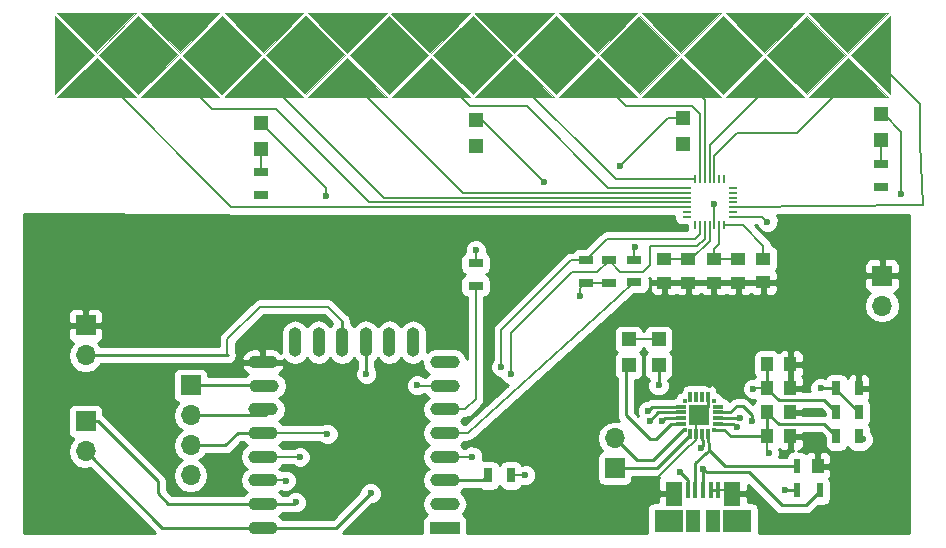
<source format=gbr>
G04 #@! TF.FileFunction,Copper,L1,Top,Signal*
%FSLAX46Y46*%
G04 Gerber Fmt 4.6, Leading zero omitted, Abs format (unit mm)*
G04 Created by KiCad (PCBNEW 4.0.7) date Mon Jun 25 23:03:10 2018*
%MOMM*%
%LPD*%
G01*
G04 APERTURE LIST*
%ADD10C,0.100000*%
%ADD11R,1.000000X1.250000*%
%ADD12R,1.250000X1.000000*%
%ADD13R,1.200000X1.200000*%
%ADD14R,1.700000X1.700000*%
%ADD15O,1.700000X1.700000*%
%ADD16R,0.450000X1.380000*%
%ADD17R,1.475000X2.100000*%
%ADD18R,2.375000X1.900000*%
%ADD19R,1.175000X1.900000*%
%ADD20R,0.700000X1.300000*%
%ADD21R,1.300000X0.700000*%
%ADD22R,0.300000X0.300000*%
%ADD23R,0.300000X0.900000*%
%ADD24R,0.900000X0.300000*%
%ADD25R,1.800000X1.800000*%
%ADD26R,0.200000X0.800000*%
%ADD27R,0.800000X0.200000*%
%ADD28R,2.500000X1.100000*%
%ADD29O,2.500000X1.100000*%
%ADD30O,1.100000X2.500000*%
%ADD31R,0.990000X1.300000*%
%ADD32R,0.590000X1.300000*%
%ADD33C,0.600000*%
%ADD34C,0.190000*%
%ADD35C,0.250000*%
%ADD36C,0.254000*%
G04 APERTURE END LIST*
D10*
X108157997Y-92164558D02*
X108157997Y-98810558D01*
X108157997Y-98810558D02*
X111480997Y-95487558D01*
X111480997Y-95487558D02*
X108157997Y-92164558D01*
X111692997Y-95275558D02*
X115015997Y-91952558D01*
X115015997Y-91952558D02*
X108369997Y-91952558D01*
X108369997Y-91952558D02*
X111692997Y-95275558D01*
X111904997Y-95487558D02*
X115227997Y-98810558D01*
X115227997Y-92164558D02*
X111904997Y-95487558D01*
X111692997Y-95699558D02*
X108369997Y-99022558D01*
X108369997Y-99022558D02*
X115015997Y-99022558D01*
X115015997Y-99022558D02*
X111692997Y-95699558D01*
X122085997Y-91952558D02*
X115439997Y-91952558D01*
X115439997Y-91952558D02*
X118762997Y-95275558D01*
X118762997Y-95275558D02*
X122085997Y-91952558D01*
X122297997Y-92164558D02*
X118974997Y-95487558D01*
X118974997Y-95487558D02*
X122297997Y-98810558D01*
X115439997Y-99022558D02*
X122085997Y-99022558D01*
X118762997Y-95699558D02*
X115439997Y-99022558D01*
X115227997Y-98810558D02*
X118550997Y-95487558D01*
X118550997Y-95487558D02*
X115227997Y-92164558D01*
X122085997Y-99022558D02*
X118762997Y-95699558D01*
X129155997Y-91952558D02*
X122509997Y-91952558D01*
X122509997Y-91952558D02*
X125832997Y-95275558D01*
X125832997Y-95275558D02*
X129155997Y-91952558D01*
X129367997Y-92164558D02*
X126044997Y-95487558D01*
X126044997Y-95487558D02*
X129367997Y-98810558D01*
X122509997Y-99022558D02*
X129155997Y-99022558D01*
X125832997Y-95699558D02*
X122509997Y-99022558D01*
X122297997Y-98810558D02*
X125620997Y-95487558D01*
X125620997Y-95487558D02*
X122297997Y-92164558D01*
X129155997Y-99022558D02*
X125832997Y-95699558D01*
X136225997Y-91952558D02*
X129579997Y-91952558D01*
X129579997Y-91952558D02*
X132902997Y-95275558D01*
X132902997Y-95275558D02*
X136225997Y-91952558D01*
X136437997Y-92164558D02*
X133114997Y-95487558D01*
X133114997Y-95487558D02*
X136437997Y-98810558D01*
X129579997Y-99022558D02*
X136225997Y-99022558D01*
X132902997Y-95699558D02*
X129579997Y-99022558D01*
X129367997Y-98810558D02*
X132690997Y-95487558D01*
X132690997Y-95487558D02*
X129367997Y-92164558D01*
X136225997Y-99022558D02*
X132902997Y-95699558D01*
X143295997Y-91952558D02*
X136649997Y-91952558D01*
X136649997Y-91952558D02*
X139972997Y-95275558D01*
X139972997Y-95275558D02*
X143295997Y-91952558D01*
X143507997Y-92164558D02*
X140184997Y-95487558D01*
X140184997Y-95487558D02*
X143507997Y-98810558D01*
X136649997Y-99022558D02*
X143295997Y-99022558D01*
X139972997Y-95699558D02*
X136649997Y-99022558D01*
X136437997Y-98810558D02*
X139760997Y-95487558D01*
X139760997Y-95487558D02*
X136437997Y-92164558D01*
X143295997Y-99022558D02*
X139972997Y-95699558D01*
X150365997Y-91952558D02*
X143719997Y-91952558D01*
X143719997Y-91952558D02*
X147042997Y-95275558D01*
X147042997Y-95275558D02*
X150365997Y-91952558D01*
X150577997Y-92164558D02*
X147254997Y-95487558D01*
X147254997Y-95487558D02*
X150577997Y-98810558D01*
X143719997Y-99022558D02*
X150365997Y-99022558D01*
X147042997Y-95699558D02*
X143719997Y-99022558D01*
X143507997Y-98810558D02*
X146830997Y-95487558D01*
X146830997Y-95487558D02*
X143507997Y-92164558D01*
X150365997Y-99022558D02*
X147042997Y-95699558D01*
X157435997Y-91952558D02*
X150789997Y-91952558D01*
X150789997Y-91952558D02*
X154112997Y-95275558D01*
X154112997Y-95275558D02*
X157435997Y-91952558D01*
X157647997Y-92164558D02*
X154324997Y-95487558D01*
X154324997Y-95487558D02*
X157647997Y-98810558D01*
X150789997Y-99022558D02*
X157435997Y-99022558D01*
X154112997Y-95699558D02*
X150789997Y-99022558D01*
X150577997Y-98810558D02*
X153900997Y-95487558D01*
X153900997Y-95487558D02*
X150577997Y-92164558D01*
X157435997Y-99022558D02*
X154112997Y-95699558D01*
X164505997Y-91952558D02*
X157859997Y-91952558D01*
X157859997Y-91952558D02*
X161182997Y-95275558D01*
X161182997Y-95275558D02*
X164505997Y-91952558D01*
X164717997Y-92164558D02*
X161394997Y-95487558D01*
X161394997Y-95487558D02*
X164717997Y-98810558D01*
X157859997Y-99022558D02*
X164505997Y-99022558D01*
X161182997Y-95699558D02*
X157859997Y-99022558D01*
X157647997Y-98810558D02*
X160970997Y-95487558D01*
X160970997Y-95487558D02*
X157647997Y-92164558D01*
X164505997Y-99022558D02*
X161182997Y-95699558D01*
X171575997Y-91952558D02*
X164929997Y-91952558D01*
X164929997Y-91952558D02*
X168252997Y-95275558D01*
X168252997Y-95275558D02*
X171575997Y-91952558D01*
X171787997Y-92164558D02*
X168464997Y-95487558D01*
X168464997Y-95487558D02*
X171787997Y-98810558D01*
X164929997Y-99022558D02*
X171575997Y-99022558D01*
X168252997Y-95699558D02*
X164929997Y-99022558D01*
X164717997Y-98810558D02*
X168040997Y-95487558D01*
X168040997Y-95487558D02*
X164717997Y-92164558D01*
X171575997Y-99022558D02*
X168252997Y-95699558D01*
X178645997Y-91952558D02*
X171999997Y-91952558D01*
X171999997Y-91952558D02*
X175322997Y-95275558D01*
X175322997Y-95275558D02*
X178645997Y-91952558D01*
X178857997Y-92164558D02*
X175534997Y-95487558D01*
X175534997Y-95487558D02*
X178857997Y-98810558D01*
X171999997Y-99022558D02*
X178645997Y-99022558D01*
X175322997Y-95699558D02*
X171999997Y-99022558D01*
X171787997Y-98810558D02*
X175110997Y-95487558D01*
X175110997Y-95487558D02*
X171787997Y-92164558D01*
X178645997Y-99022558D02*
X175322997Y-95699558D01*
X178857997Y-92164558D02*
X178857997Y-98810558D01*
D11*
X170418000Y-127762000D03*
X168418000Y-127762000D03*
X170418000Y-125730000D03*
X168418000Y-125730000D03*
X170418000Y-123698000D03*
X168418000Y-123698000D03*
X170418000Y-121666000D03*
X168418000Y-121666000D03*
D12*
X168140000Y-114720000D03*
X168140000Y-112720000D03*
X159760000Y-114770000D03*
X159760000Y-112770000D03*
X161770000Y-114770000D03*
X161770000Y-112770000D03*
X163950000Y-114770000D03*
X163950000Y-112770000D03*
X166020000Y-114770000D03*
X166020000Y-112770000D03*
D13*
X159258000Y-119550000D03*
X159258000Y-121750000D03*
X156718000Y-119550000D03*
X156718000Y-121750000D03*
X125624000Y-103404000D03*
X125624000Y-101204000D03*
X143764000Y-103208000D03*
X143764000Y-101008000D03*
X161320000Y-103020000D03*
X161320000Y-100820000D03*
X178054000Y-102700000D03*
X178054000Y-100500000D03*
D14*
X110744000Y-126492000D03*
D15*
X110744000Y-129032000D03*
D14*
X119634000Y-123444000D03*
D15*
X119634000Y-125984000D03*
X119634000Y-128524000D03*
X119634000Y-131064000D03*
D16*
X161717200Y-132264800D03*
X162367200Y-132264800D03*
X163017200Y-132264800D03*
X163667200Y-132264800D03*
X164317200Y-132264800D03*
D17*
X160554700Y-132624800D03*
X165479700Y-132624800D03*
D18*
X160107200Y-134924800D03*
X165927200Y-134924800D03*
D19*
X162177200Y-134924800D03*
X163857200Y-134924800D03*
D20*
X174310000Y-127762000D03*
X176210000Y-127762000D03*
X174310000Y-125730000D03*
X176210000Y-125730000D03*
X174310000Y-123698000D03*
X176210000Y-123698000D03*
D21*
X153090000Y-114740000D03*
X153090000Y-112840000D03*
X155040000Y-114740000D03*
X155040000Y-112840000D03*
X125624000Y-107318000D03*
X125624000Y-105418000D03*
X143764000Y-114996000D03*
X143764000Y-113096000D03*
X157200000Y-114720000D03*
X157200000Y-112820000D03*
D20*
X146746000Y-131064000D03*
X144846000Y-131064000D03*
D21*
X178054000Y-106614000D03*
X178054000Y-104714000D03*
D22*
X161462400Y-127234000D03*
D23*
X161962400Y-127534000D03*
X162462400Y-127534000D03*
X162962400Y-127534000D03*
X163462400Y-127534000D03*
D22*
X163962400Y-127234000D03*
D24*
X164262400Y-126734000D03*
X164262400Y-126234000D03*
X164262400Y-125734000D03*
X164262400Y-125234000D03*
D22*
X163962400Y-124734000D03*
D23*
X163462400Y-124434000D03*
X162962400Y-124434000D03*
X162462400Y-124434000D03*
X161962400Y-124434000D03*
D22*
X161462400Y-124734000D03*
D24*
X161162400Y-125234000D03*
X161162400Y-125734000D03*
X161162400Y-126234000D03*
X161162400Y-126734000D03*
D25*
X162712400Y-125984000D03*
D26*
X162376000Y-109900000D03*
X162776000Y-109900000D03*
X163176000Y-109900000D03*
X163576000Y-109900000D03*
X163976000Y-109900000D03*
X164376000Y-109900000D03*
X164776000Y-109900000D03*
D27*
X165526000Y-109150000D03*
X165526000Y-108750000D03*
X165526000Y-108350000D03*
X165526000Y-107950000D03*
X165526000Y-107550000D03*
X165526000Y-107150000D03*
X165526000Y-106750000D03*
D26*
X164776000Y-106000000D03*
X164376000Y-106000000D03*
X163976000Y-106000000D03*
X163576000Y-106000000D03*
X163176000Y-106000000D03*
X162776000Y-106000000D03*
X162376000Y-106000000D03*
D27*
X161626000Y-106750000D03*
X161626000Y-107150000D03*
X161626000Y-107550000D03*
X161626000Y-107950000D03*
X161626000Y-108350000D03*
X161626000Y-108750000D03*
X161626000Y-109150000D03*
D28*
X141162000Y-135483600D03*
D29*
X141162000Y-133483600D03*
X141162000Y-131483600D03*
X141162000Y-129483600D03*
X141162000Y-127483600D03*
X141162000Y-125483600D03*
X141162000Y-123483600D03*
X141162000Y-121483600D03*
X125762000Y-121483600D03*
X125862000Y-123483600D03*
X125762000Y-125483600D03*
X125762000Y-127483600D03*
X125762000Y-129483600D03*
X125762000Y-131483600D03*
X125762000Y-133483600D03*
X125762000Y-135483600D03*
D30*
X138472000Y-119783600D03*
X136472000Y-119783600D03*
X134472000Y-119783600D03*
X132472000Y-119783600D03*
X130472000Y-119783600D03*
X128472000Y-119783600D03*
D14*
X155549600Y-130454400D03*
D15*
X155549600Y-127914400D03*
D31*
X172718000Y-130293000D03*
D32*
X170998000Y-130293000D03*
X170998000Y-132343000D03*
X172918000Y-132343000D03*
D14*
X178180000Y-114170000D03*
D15*
X178180000Y-116710000D03*
D14*
X110744000Y-118364000D03*
D15*
X110744000Y-120904000D03*
D10*
G36*
X171795440Y-98736371D02*
X168542749Y-95483680D01*
X171795440Y-92230989D01*
X175048131Y-95483680D01*
X171795440Y-98736371D01*
X171795440Y-98736371D01*
G37*
G36*
X164693600Y-98761567D02*
X161405553Y-95473520D01*
X164693600Y-92185473D01*
X167981647Y-95473520D01*
X164693600Y-98761567D01*
X164693600Y-98761567D01*
G37*
G36*
X157642560Y-98771727D02*
X154354513Y-95483680D01*
X157642560Y-92195633D01*
X160930607Y-95483680D01*
X157642560Y-98771727D01*
X157642560Y-98771727D01*
G37*
G36*
X150591520Y-98771727D02*
X147303473Y-95483680D01*
X150591520Y-92195633D01*
X153879567Y-95483680D01*
X150591520Y-98771727D01*
X150591520Y-98771727D01*
G37*
G36*
X143540480Y-98771727D02*
X140252433Y-95483680D01*
X143540480Y-92195633D01*
X146828527Y-95483680D01*
X143540480Y-98771727D01*
X143540480Y-98771727D01*
G37*
G36*
X136448800Y-98796922D02*
X133125398Y-95473520D01*
X136448800Y-92150118D01*
X139772202Y-95473520D01*
X136448800Y-98796922D01*
X136448800Y-98796922D01*
G37*
G36*
X129362200Y-98796922D02*
X126038798Y-95473520D01*
X129362200Y-92150118D01*
X132685602Y-95473520D01*
X129362200Y-98796922D01*
X129362200Y-98796922D01*
G37*
G36*
X122275600Y-98847722D02*
X118952198Y-95524320D01*
X122275600Y-92200918D01*
X125599002Y-95524320D01*
X122275600Y-98847722D01*
X122275600Y-98847722D01*
G37*
G36*
X115224560Y-98786762D02*
X111901158Y-95463360D01*
X115224560Y-92139958D01*
X118547962Y-95463360D01*
X115224560Y-98786762D01*
X115224560Y-98786762D01*
G37*
G36*
X164954600Y-99033600D02*
X168244600Y-95733600D01*
X168254600Y-95733600D01*
X171544600Y-99033600D01*
X164954600Y-99033600D01*
X164954600Y-99033600D01*
G37*
G36*
X172036120Y-99043760D02*
X175326120Y-95743760D01*
X175336120Y-95743760D01*
X178626120Y-99043760D01*
X172036120Y-99043760D01*
X172036120Y-99043760D01*
G37*
G36*
X157918800Y-99003120D02*
X161208800Y-95703120D01*
X161218800Y-95703120D01*
X164508800Y-99003120D01*
X157918800Y-99003120D01*
X157918800Y-99003120D01*
G37*
G36*
X150816960Y-98987880D02*
X154106960Y-95687880D01*
X154116960Y-95687880D01*
X157406960Y-98987880D01*
X150816960Y-98987880D01*
X150816960Y-98987880D01*
G37*
G36*
X143730360Y-99033600D02*
X147020360Y-95733600D01*
X147030360Y-95733600D01*
X150320360Y-99033600D01*
X143730360Y-99033600D01*
X143730360Y-99033600D01*
G37*
G36*
X136689480Y-99008200D02*
X139979480Y-95708200D01*
X139989480Y-95708200D01*
X143279480Y-99008200D01*
X136689480Y-99008200D01*
X136689480Y-99008200D01*
G37*
G36*
X129572400Y-98998040D02*
X132862400Y-95698040D01*
X132872400Y-95698040D01*
X136162400Y-98998040D01*
X129572400Y-98998040D01*
X129572400Y-98998040D01*
G37*
G36*
X122516280Y-99003120D02*
X125806280Y-95703120D01*
X125816280Y-95703120D01*
X129106280Y-99003120D01*
X122516280Y-99003120D01*
X122516280Y-99003120D01*
G37*
G36*
X115450000Y-99064080D02*
X118740000Y-95764080D01*
X118750000Y-95764080D01*
X122040000Y-99064080D01*
X115450000Y-99064080D01*
X115450000Y-99064080D01*
G37*
G36*
X108388800Y-99018360D02*
X111678800Y-95718360D01*
X111688800Y-95718360D01*
X114978800Y-99018360D01*
X108388800Y-99018360D01*
X108388800Y-99018360D01*
G37*
G36*
X178886120Y-98778680D02*
X175586120Y-95488680D01*
X175586120Y-95478680D01*
X178886120Y-92188680D01*
X178886120Y-98778680D01*
X178886120Y-98778680D01*
G37*
G36*
X108144040Y-92193760D02*
X111444040Y-95483760D01*
X111444040Y-95493760D01*
X108144040Y-98783760D01*
X108144040Y-92193760D01*
X108144040Y-92193760D01*
G37*
G36*
X114953400Y-91959160D02*
X111663400Y-95259160D01*
X111653400Y-95259160D01*
X108363400Y-91959160D01*
X114953400Y-91959160D01*
X114953400Y-91959160D01*
G37*
G36*
X122075560Y-91949000D02*
X118785560Y-95249000D01*
X118775560Y-95249000D01*
X115485560Y-91949000D01*
X122075560Y-91949000D01*
X122075560Y-91949000D01*
G37*
G36*
X129136760Y-91938840D02*
X125846760Y-95238840D01*
X125836760Y-95238840D01*
X122546760Y-91938840D01*
X129136760Y-91938840D01*
X129136760Y-91938840D01*
G37*
G36*
X136223360Y-91984560D02*
X132933360Y-95284560D01*
X132923360Y-95284560D01*
X129633360Y-91984560D01*
X136223360Y-91984560D01*
X136223360Y-91984560D01*
G37*
G36*
X143233760Y-91984560D02*
X139943760Y-95284560D01*
X139933760Y-95284560D01*
X136643760Y-91984560D01*
X143233760Y-91984560D01*
X143233760Y-91984560D01*
G37*
G36*
X150305120Y-91984560D02*
X147015120Y-95284560D01*
X147005120Y-95284560D01*
X143715120Y-91984560D01*
X150305120Y-91984560D01*
X150305120Y-91984560D01*
G37*
G36*
X157442520Y-91954080D02*
X154152520Y-95254080D01*
X154142520Y-95254080D01*
X150852520Y-91954080D01*
X157442520Y-91954080D01*
X157442520Y-91954080D01*
G37*
G36*
X164483400Y-91923600D02*
X161193400Y-95223600D01*
X161183400Y-95223600D01*
X157893400Y-91923600D01*
X164483400Y-91923600D01*
X164483400Y-91923600D01*
G37*
G36*
X171554760Y-91949000D02*
X168264760Y-95249000D01*
X168254760Y-95249000D01*
X164964760Y-91949000D01*
X171554760Y-91949000D01*
X171554760Y-91949000D01*
G37*
G36*
X178626120Y-91949000D02*
X175336120Y-95249000D01*
X175326120Y-95249000D01*
X172036120Y-91949000D01*
X178626120Y-91949000D01*
X178626120Y-91949000D01*
G37*
D33*
X156020000Y-104860000D03*
X155120000Y-109750000D03*
X159880000Y-114830000D03*
X163980000Y-108080000D03*
X178220000Y-125680000D03*
X172560000Y-125590000D03*
X131850000Y-110140000D03*
X131120000Y-107370000D03*
X149530000Y-106260000D03*
X149930000Y-109970000D03*
X179790000Y-107230000D03*
X179740000Y-110470000D03*
X124720000Y-119810000D03*
X122710000Y-117630000D03*
X156718000Y-119550000D03*
X152640000Y-115840000D03*
X168600000Y-129170000D03*
X140462000Y-121483600D03*
X147990000Y-131040000D03*
X167270000Y-123730000D03*
X165862000Y-127000000D03*
X169926000Y-132334000D03*
X161036000Y-130759200D03*
X159512000Y-126492000D03*
X159258000Y-123444000D03*
X143764000Y-103208000D03*
X143780000Y-111980000D03*
X161180000Y-103120000D03*
X157230000Y-111770000D03*
X128524000Y-133350000D03*
X158496000Y-126492000D03*
X134874000Y-132588000D03*
X158394400Y-125577600D03*
X168480000Y-109580000D03*
X131230000Y-127570000D03*
X134518400Y-122478800D03*
X162864800Y-128727200D03*
X163017200Y-130505200D03*
X176530000Y-128016000D03*
X167132000Y-126492000D03*
X172974000Y-123698000D03*
X166116000Y-126238000D03*
X128890000Y-129500000D03*
X145940000Y-121880000D03*
X127710000Y-131510000D03*
X146740000Y-122490000D03*
X125624000Y-107318000D03*
X138810000Y-123440000D03*
X178054000Y-106614000D03*
X143500000Y-129470000D03*
D34*
X160060000Y-100820000D02*
X156020000Y-104860000D01*
X160060000Y-100820000D02*
X161320000Y-100820000D01*
X159880000Y-114830000D02*
X159820000Y-114830000D01*
X159820000Y-114830000D02*
X159760000Y-114770000D01*
X163980000Y-108080000D02*
X163980000Y-109896000D01*
X163976000Y-109900000D02*
X163980000Y-109896000D01*
X170418000Y-125730000D02*
X172420000Y-125730000D01*
X172420000Y-125730000D02*
X172560000Y-125590000D01*
X158990000Y-131490000D02*
X161950000Y-128530000D01*
X162462400Y-128107600D02*
X162462400Y-127534000D01*
X162040000Y-128530000D02*
X162462400Y-128107600D01*
X161950000Y-128530000D02*
X162040000Y-128530000D01*
X165479700Y-132624800D02*
X165119700Y-132264800D01*
X165119700Y-132264800D02*
X164317200Y-132264800D01*
X125624000Y-101204000D02*
X131120000Y-106700000D01*
X131120000Y-106700000D02*
X131120000Y-107370000D01*
X143764000Y-101008000D02*
X144278000Y-101008000D01*
X144278000Y-101008000D02*
X149530000Y-106260000D01*
X178054000Y-100500000D02*
X178340000Y-100500000D01*
X178340000Y-100500000D02*
X179790000Y-101950000D01*
X179790000Y-101950000D02*
X179790000Y-107230000D01*
X126462000Y-121483600D02*
X126393600Y-121483600D01*
X126393600Y-121483600D02*
X124720000Y-119810000D01*
D35*
X163462400Y-124434000D02*
X163462400Y-125234000D01*
X163462400Y-125234000D02*
X162712400Y-125984000D01*
D34*
X162462400Y-127534000D02*
X162462400Y-126234000D01*
D35*
X162462400Y-126234000D02*
X162712400Y-125984000D01*
X163667200Y-132264800D02*
X164317200Y-132264800D01*
D34*
X159258000Y-119550000D02*
X156718000Y-119550000D01*
X155040000Y-114740000D02*
X153090000Y-114740000D01*
X153090000Y-114740000D02*
X152640000Y-115190000D01*
X152640000Y-115190000D02*
X152640000Y-115840000D01*
X168418000Y-127762000D02*
X168418000Y-128988000D01*
X168418000Y-128988000D02*
X168600000Y-129170000D01*
X146746000Y-131064000D02*
X147966000Y-131064000D01*
X147966000Y-131064000D02*
X147990000Y-131040000D01*
D35*
X168418000Y-125730000D02*
X168418000Y-125746000D01*
X168418000Y-125746000D02*
X169418000Y-126746000D01*
X173294000Y-126746000D02*
X174310000Y-127762000D01*
X169418000Y-126746000D02*
X173294000Y-126746000D01*
X168418000Y-127762000D02*
X168418000Y-125730000D01*
X163962400Y-127234000D02*
X164826000Y-127234000D01*
X165354000Y-127762000D02*
X168418000Y-127762000D01*
X164826000Y-127234000D02*
X165354000Y-127762000D01*
D34*
X167302000Y-123698000D02*
X168418000Y-123698000D01*
X167270000Y-123730000D02*
X167302000Y-123698000D01*
D35*
X168418000Y-123698000D02*
X168418000Y-123714000D01*
X168418000Y-123714000D02*
X169418000Y-124714000D01*
X173294000Y-124714000D02*
X174310000Y-125730000D01*
X169418000Y-124714000D02*
X173294000Y-124714000D01*
X164262400Y-126734000D02*
X165596000Y-126734000D01*
X165596000Y-126734000D02*
X165862000Y-127000000D01*
X170998000Y-132343000D02*
X169935000Y-132343000D01*
X169935000Y-132343000D02*
X169926000Y-132334000D01*
X161717200Y-131440400D02*
X161036000Y-130759200D01*
X161717200Y-132264800D02*
X161717200Y-131440400D01*
X168418000Y-123698000D02*
X168418000Y-121666000D01*
X164630800Y-126734000D02*
X164262400Y-126734000D01*
D34*
X164776000Y-109900000D02*
X166430000Y-109900000D01*
X168140000Y-111610000D02*
X168140000Y-112720000D01*
X166430000Y-109900000D02*
X168140000Y-111610000D01*
X161770000Y-112770000D02*
X159760000Y-112770000D01*
X163576000Y-109900000D02*
X163576000Y-111224000D01*
X163576000Y-111224000D02*
X162030000Y-112770000D01*
X162030000Y-112770000D02*
X161770000Y-112770000D01*
X163950000Y-112770000D02*
X163950000Y-111920000D01*
X164376000Y-111494000D02*
X164376000Y-109900000D01*
X163950000Y-111920000D02*
X164376000Y-111494000D01*
X166020000Y-112770000D02*
X163950000Y-112770000D01*
D35*
X159258000Y-121750000D02*
X159258000Y-123444000D01*
X159770000Y-126234000D02*
X159512000Y-126492000D01*
X159770000Y-126234000D02*
X161162400Y-126234000D01*
X156464000Y-122004000D02*
X156464000Y-123698000D01*
X160286000Y-126734000D02*
X159004000Y-128016000D01*
X159004000Y-128016000D02*
X158496000Y-128016000D01*
X158496000Y-128016000D02*
X156464000Y-125984000D01*
X156464000Y-125984000D02*
X156464000Y-123698000D01*
X160286000Y-126734000D02*
X161162400Y-126734000D01*
X156464000Y-122004000D02*
X156718000Y-121750000D01*
D34*
X125624000Y-103404000D02*
X125624000Y-105418000D01*
X143764000Y-113096000D02*
X143764000Y-111996000D01*
X143780000Y-111980000D02*
X143764000Y-111996000D01*
X157200000Y-112820000D02*
X157200000Y-111800000D01*
X161180000Y-103120000D02*
X161220000Y-103120000D01*
X157200000Y-111800000D02*
X157230000Y-111770000D01*
X161220000Y-103120000D02*
X161320000Y-103020000D01*
X178054000Y-102700000D02*
X178054000Y-104714000D01*
D35*
X161162400Y-125734000D02*
X159254000Y-125734000D01*
X128390400Y-133483600D02*
X126462000Y-133483600D01*
X128524000Y-133350000D02*
X128390400Y-133483600D01*
X159254000Y-125734000D02*
X158496000Y-126492000D01*
X110744000Y-126492000D02*
X111760000Y-126492000D01*
X117735600Y-133483600D02*
X126462000Y-133483600D01*
X116840000Y-132588000D02*
X117735600Y-133483600D01*
X116840000Y-131572000D02*
X116840000Y-132588000D01*
X111760000Y-126492000D02*
X116840000Y-131572000D01*
X126462000Y-135483600D02*
X117195600Y-135483600D01*
X117195600Y-135483600D02*
X110744000Y-129032000D01*
X161162400Y-125234000D02*
X158738000Y-125234000D01*
X131978400Y-135483600D02*
X126462000Y-135483600D01*
X134874000Y-132588000D02*
X131978400Y-135483600D01*
X158738000Y-125234000D02*
X158394400Y-125577600D01*
X119634000Y-123444000D02*
X126422400Y-123444000D01*
X126422400Y-123444000D02*
X126462000Y-123483600D01*
X119634000Y-125984000D02*
X125961600Y-125984000D01*
X125961600Y-125984000D02*
X126462000Y-125483600D01*
D34*
X165526000Y-109150000D02*
X168050000Y-109150000D01*
X168050000Y-109150000D02*
X168480000Y-109580000D01*
X126462000Y-127483600D02*
X131143600Y-127483600D01*
X168480000Y-109580000D02*
X168440000Y-109580000D01*
X131143600Y-127483600D02*
X131230000Y-127570000D01*
D35*
X119634000Y-128524000D02*
X122580400Y-128524000D01*
X123620800Y-127483600D02*
X126462000Y-127483600D01*
X122580400Y-128524000D02*
X123620800Y-127483600D01*
X134472000Y-122432400D02*
X134472000Y-120483600D01*
X134518400Y-122478800D02*
X134472000Y-122432400D01*
X170998000Y-130293000D02*
X164879618Y-130293000D01*
X164879618Y-130293000D02*
X163521112Y-128934494D01*
X163521112Y-128934494D02*
X163521112Y-128983401D01*
X163521112Y-128983401D02*
X163523252Y-128985541D01*
X162367200Y-132264800D02*
X162367200Y-130037600D01*
X163523252Y-128985541D02*
X163521112Y-128934494D01*
X163521112Y-128934494D02*
X163462400Y-127534000D01*
X162367200Y-130037600D02*
X163304736Y-129184400D01*
X163304736Y-129184400D02*
X163523252Y-128985541D01*
X172918000Y-132343000D02*
X172918000Y-132390000D01*
X172918000Y-132390000D02*
X171704000Y-133604000D01*
X171704000Y-133604000D02*
X169672000Y-133604000D01*
X169672000Y-133604000D02*
X166878000Y-130810000D01*
X166878000Y-130810000D02*
X163322000Y-130810000D01*
X163322000Y-130810000D02*
X163017200Y-130505200D01*
X163017200Y-132264800D02*
X163017200Y-130454400D01*
X163013200Y-128578800D02*
X162962400Y-127534000D01*
X162864800Y-128727200D02*
X163013200Y-128578800D01*
X163017200Y-130454400D02*
X163017200Y-130505200D01*
X161962400Y-127534000D02*
X161962400Y-127648400D01*
X161962400Y-127648400D02*
X159156400Y-130454400D01*
X159156400Y-130454400D02*
X155549600Y-130454400D01*
X161462400Y-127234000D02*
X161310000Y-127234000D01*
X157429200Y-129794000D02*
X155549600Y-127914400D01*
X158750000Y-129794000D02*
X157429200Y-129794000D01*
X161310000Y-127234000D02*
X158750000Y-129794000D01*
D34*
X122760000Y-120904000D02*
X122760000Y-119560000D01*
D35*
X132472000Y-117994000D02*
X132472000Y-120483600D01*
D34*
X131258000Y-116780000D02*
X132472000Y-117994000D01*
X125540000Y-116780000D02*
X131258000Y-116780000D01*
X122760000Y-119560000D02*
X125540000Y-116780000D01*
D35*
X110490000Y-120904000D02*
X122760000Y-120904000D01*
X122760000Y-120904000D02*
X122783600Y-120904000D01*
X164262400Y-125734000D02*
X165350000Y-125734000D01*
X176530000Y-128016000D02*
X176276000Y-127762000D01*
X167132000Y-125984000D02*
X167132000Y-126492000D01*
X166370000Y-125222000D02*
X167132000Y-125984000D01*
X165862000Y-125222000D02*
X166370000Y-125222000D01*
X165350000Y-125734000D02*
X165862000Y-125222000D01*
X176276000Y-127762000D02*
X176210000Y-127762000D01*
X174310000Y-123698000D02*
X174310000Y-123830000D01*
X174310000Y-123830000D02*
X176210000Y-125730000D01*
X164262400Y-126234000D02*
X166112000Y-126234000D01*
X172974000Y-123698000D02*
X174310000Y-123698000D01*
X166112000Y-126234000D02*
X166116000Y-126238000D01*
D34*
X153090000Y-112840000D02*
X151830000Y-112840000D01*
X128873600Y-129483600D02*
X126462000Y-129483600D01*
X128890000Y-129500000D02*
X128873600Y-129483600D01*
X145940000Y-118730000D02*
X145940000Y-121880000D01*
X151830000Y-112840000D02*
X145940000Y-118730000D01*
X162776000Y-109900000D02*
X162776000Y-110594000D01*
X154880000Y-111050000D02*
X153090000Y-112840000D01*
X162320000Y-111050000D02*
X154880000Y-111050000D01*
X162776000Y-110594000D02*
X162320000Y-111050000D01*
X155040000Y-112840000D02*
X155040000Y-112910000D01*
X155040000Y-112910000D02*
X154090000Y-113860000D01*
X127683600Y-131483600D02*
X126462000Y-131483600D01*
X127710000Y-131510000D02*
X127683600Y-131483600D01*
X146740000Y-119050000D02*
X146740000Y-122490000D01*
X151930000Y-113860000D02*
X146740000Y-119050000D01*
X154090000Y-113860000D02*
X151930000Y-113860000D01*
X163176000Y-109900000D02*
X163176000Y-111014000D01*
X156020000Y-113820000D02*
X155040000Y-112840000D01*
X157960000Y-113820000D02*
X156020000Y-113820000D01*
X158510000Y-113270000D02*
X157960000Y-113820000D01*
X158510000Y-111700000D02*
X158510000Y-113270000D01*
X158540000Y-111670000D02*
X158510000Y-111700000D01*
X162520000Y-111670000D02*
X158540000Y-111670000D01*
X163176000Y-111014000D02*
X162520000Y-111670000D01*
X140462000Y-123483600D02*
X138853600Y-123483600D01*
X138810000Y-123440000D02*
X138853600Y-123483600D01*
X143764000Y-114996000D02*
X143764000Y-124626000D01*
X142906400Y-125483600D02*
X140462000Y-125483600D01*
X143764000Y-124626000D02*
X142906400Y-125483600D01*
X157200000Y-114720000D02*
X155830000Y-115950000D01*
X143116400Y-127483600D02*
X140462000Y-127483600D01*
X155830000Y-115950000D02*
X143116400Y-127483600D01*
D35*
X140462000Y-131483600D02*
X144426400Y-131483600D01*
X144426400Y-131483600D02*
X144846000Y-131064000D01*
D34*
X140462000Y-129483600D02*
X143486400Y-129483600D01*
X143500000Y-129470000D02*
X143486400Y-129483600D01*
X177236120Y-95483680D02*
X181356000Y-99603560D01*
X181610000Y-108204000D02*
X165526000Y-108350000D01*
X181356000Y-102870000D02*
X181610000Y-108204000D01*
X181356000Y-102616000D02*
X181356000Y-102870000D01*
X181356000Y-99603560D02*
X181356000Y-102616000D01*
X175331120Y-97393760D02*
X175331120Y-97718880D01*
X175331120Y-97718880D02*
X170942000Y-102108000D01*
X170942000Y-102108000D02*
X165862000Y-102108000D01*
X165862000Y-102108000D02*
X163976000Y-103994000D01*
X163976000Y-103994000D02*
X163976000Y-106000000D01*
X168249600Y-97383600D02*
X168249600Y-98450400D01*
X168249600Y-98450400D02*
X163576000Y-103124000D01*
X163576000Y-103124000D02*
X163576000Y-106000000D01*
X163176000Y-106000000D02*
X163176000Y-99315320D01*
X163176000Y-99315320D02*
X161213800Y-97353120D01*
X162776000Y-106000000D02*
X162780000Y-105996000D01*
X162780000Y-105996000D02*
X162780000Y-100440000D01*
X162780000Y-100440000D02*
X162100000Y-99760000D01*
X162100000Y-99760000D02*
X156534080Y-99760000D01*
X156534080Y-99760000D02*
X154111960Y-97337880D01*
X162376000Y-106000000D02*
X155641760Y-106000000D01*
X155641760Y-106000000D02*
X147025360Y-97383600D01*
X139984480Y-97358200D02*
X140792200Y-97358200D01*
X140792200Y-97358200D02*
X143256000Y-99822000D01*
X143256000Y-99822000D02*
X148082000Y-99822000D01*
X148082000Y-99822000D02*
X155010000Y-106750000D01*
X155010000Y-106750000D02*
X161626000Y-106750000D01*
X132867400Y-97348040D02*
X142669360Y-107150000D01*
X142669360Y-107150000D02*
X161626000Y-107150000D01*
X161626000Y-107550000D02*
X161616000Y-107540000D01*
X161616000Y-107540000D02*
X160050000Y-107540000D01*
X160050000Y-107540000D02*
X135998160Y-107540000D01*
X135998160Y-107540000D02*
X125811280Y-97353120D01*
X127240000Y-100420000D02*
X126900000Y-100080000D01*
X134760000Y-107940000D02*
X127240000Y-100420000D01*
X135270000Y-107940000D02*
X134760000Y-107940000D01*
X161616000Y-107940000D02*
X135270000Y-107940000D01*
X121410920Y-100080000D02*
X118745000Y-97414080D01*
X126900000Y-100080000D02*
X121410920Y-100080000D01*
X161626000Y-107950000D02*
X161616000Y-107940000D01*
X111683800Y-97368360D02*
X112118360Y-97368360D01*
X112118360Y-97368360D02*
X123100000Y-108350000D01*
X123100000Y-108350000D02*
X161626000Y-108350000D01*
D36*
G36*
X180433000Y-109026899D02*
X180433000Y-135980000D01*
X167740836Y-135980000D01*
X167762140Y-135874800D01*
X167762140Y-133974800D01*
X167717862Y-133739483D01*
X167578790Y-133523359D01*
X167366590Y-133378369D01*
X167114700Y-133327360D01*
X166852200Y-133327360D01*
X166852200Y-132910550D01*
X166693450Y-132751800D01*
X165606700Y-132751800D01*
X165606700Y-132771800D01*
X165352700Y-132771800D01*
X165352700Y-132751800D01*
X165332700Y-132751800D01*
X165332700Y-132497800D01*
X165352700Y-132497800D01*
X165352700Y-132477800D01*
X165606700Y-132477800D01*
X165606700Y-132497800D01*
X166693450Y-132497800D01*
X166852200Y-132339050D01*
X166852200Y-131859002D01*
X169134599Y-134141401D01*
X169381161Y-134306148D01*
X169672000Y-134364000D01*
X171704000Y-134364000D01*
X171994839Y-134306148D01*
X172241401Y-134141401D01*
X172742362Y-133640440D01*
X173213000Y-133640440D01*
X173448317Y-133596162D01*
X173664441Y-133457090D01*
X173809431Y-133244890D01*
X173860440Y-132993000D01*
X173860440Y-131693000D01*
X173816162Y-131457683D01*
X173730095Y-131323931D01*
X173751327Y-131302698D01*
X173848000Y-131069309D01*
X173848000Y-130578750D01*
X173689250Y-130420000D01*
X172845000Y-130420000D01*
X172845000Y-130440000D01*
X172591000Y-130440000D01*
X172591000Y-130420000D01*
X172571000Y-130420000D01*
X172571000Y-130166000D01*
X172591000Y-130166000D01*
X172591000Y-129166750D01*
X172845000Y-129166750D01*
X172845000Y-130166000D01*
X173689250Y-130166000D01*
X173848000Y-130007250D01*
X173848000Y-129516691D01*
X173751327Y-129283302D01*
X173572699Y-129104673D01*
X173339310Y-129008000D01*
X173003750Y-129008000D01*
X172845000Y-129166750D01*
X172591000Y-129166750D01*
X172432250Y-129008000D01*
X172096690Y-129008000D01*
X171863301Y-129104673D01*
X171764657Y-129203318D01*
X171757090Y-129191559D01*
X171544890Y-129046569D01*
X171293000Y-128995560D01*
X171108141Y-128995560D01*
X171277698Y-128925327D01*
X171456327Y-128746699D01*
X171553000Y-128513310D01*
X171553000Y-128047750D01*
X171394250Y-127889000D01*
X170545000Y-127889000D01*
X170545000Y-128863250D01*
X170681378Y-128999628D01*
X170467683Y-129039838D01*
X170251559Y-129178910D01*
X170106569Y-129391110D01*
X170077836Y-129533000D01*
X169461673Y-129533000D01*
X169534838Y-129356799D01*
X169535162Y-128984833D01*
X169476969Y-128843994D01*
X169558302Y-128925327D01*
X169791691Y-129022000D01*
X170132250Y-129022000D01*
X170291000Y-128863250D01*
X170291000Y-127889000D01*
X170271000Y-127889000D01*
X170271000Y-127635000D01*
X170291000Y-127635000D01*
X170291000Y-127615000D01*
X170545000Y-127615000D01*
X170545000Y-127635000D01*
X171394250Y-127635000D01*
X171523250Y-127506000D01*
X172979198Y-127506000D01*
X173312560Y-127839362D01*
X173312560Y-128412000D01*
X173356838Y-128647317D01*
X173495910Y-128863441D01*
X173708110Y-129008431D01*
X173960000Y-129059440D01*
X174660000Y-129059440D01*
X174895317Y-129015162D01*
X175111441Y-128876090D01*
X175256431Y-128663890D01*
X175259081Y-128650803D01*
X175395910Y-128863441D01*
X175608110Y-129008431D01*
X175860000Y-129059440D01*
X176560000Y-129059440D01*
X176795317Y-129015162D01*
X177011441Y-128876090D01*
X177056517Y-128810120D01*
X177058943Y-128809117D01*
X177322192Y-128546327D01*
X177464838Y-128202799D01*
X177465162Y-127830833D01*
X177323117Y-127487057D01*
X177207440Y-127371178D01*
X177207440Y-127112000D01*
X177163162Y-126876683D01*
X177078775Y-126745543D01*
X177156431Y-126631890D01*
X177207440Y-126380000D01*
X177207440Y-125080000D01*
X177163162Y-124844683D01*
X177084143Y-124721883D01*
X177098327Y-124707699D01*
X177195000Y-124474310D01*
X177195000Y-123983750D01*
X177036250Y-123825000D01*
X176337000Y-123825000D01*
X176337000Y-123845000D01*
X176083000Y-123845000D01*
X176083000Y-123825000D01*
X176063000Y-123825000D01*
X176063000Y-123571000D01*
X176083000Y-123571000D01*
X176083000Y-122571750D01*
X176337000Y-122571750D01*
X176337000Y-123571000D01*
X177036250Y-123571000D01*
X177195000Y-123412250D01*
X177195000Y-122921690D01*
X177098327Y-122688301D01*
X176919698Y-122509673D01*
X176686309Y-122413000D01*
X176495750Y-122413000D01*
X176337000Y-122571750D01*
X176083000Y-122571750D01*
X175924250Y-122413000D01*
X175733691Y-122413000D01*
X175500302Y-122509673D01*
X175321673Y-122688301D01*
X175265346Y-122824287D01*
X175263162Y-122812683D01*
X175124090Y-122596559D01*
X174911890Y-122451569D01*
X174660000Y-122400560D01*
X173960000Y-122400560D01*
X173724683Y-122444838D01*
X173508559Y-122583910D01*
X173363569Y-122796110D01*
X173353996Y-122843385D01*
X173160799Y-122763162D01*
X172788833Y-122762838D01*
X172445057Y-122904883D01*
X172181808Y-123167673D01*
X172039162Y-123511201D01*
X172038838Y-123883167D01*
X172068106Y-123954000D01*
X171523250Y-123954000D01*
X171394250Y-123825000D01*
X170545000Y-123825000D01*
X170545000Y-123845000D01*
X170291000Y-123845000D01*
X170291000Y-123825000D01*
X170271000Y-123825000D01*
X170271000Y-123571000D01*
X170291000Y-123571000D01*
X170291000Y-121793000D01*
X170545000Y-121793000D01*
X170545000Y-123571000D01*
X171394250Y-123571000D01*
X171553000Y-123412250D01*
X171553000Y-122946690D01*
X171456327Y-122713301D01*
X171425026Y-122682000D01*
X171456327Y-122650699D01*
X171553000Y-122417310D01*
X171553000Y-121951750D01*
X171394250Y-121793000D01*
X170545000Y-121793000D01*
X170291000Y-121793000D01*
X170271000Y-121793000D01*
X170271000Y-121539000D01*
X170291000Y-121539000D01*
X170291000Y-120564750D01*
X170545000Y-120564750D01*
X170545000Y-121539000D01*
X171394250Y-121539000D01*
X171553000Y-121380250D01*
X171553000Y-120914690D01*
X171456327Y-120681301D01*
X171277698Y-120502673D01*
X171044309Y-120406000D01*
X170703750Y-120406000D01*
X170545000Y-120564750D01*
X170291000Y-120564750D01*
X170132250Y-120406000D01*
X169791691Y-120406000D01*
X169558302Y-120502673D01*
X169417064Y-120643910D01*
X169382090Y-120589559D01*
X169169890Y-120444569D01*
X168918000Y-120393560D01*
X167918000Y-120393560D01*
X167682683Y-120437838D01*
X167466559Y-120576910D01*
X167321569Y-120789110D01*
X167270560Y-121041000D01*
X167270560Y-122291000D01*
X167314838Y-122526317D01*
X167415794Y-122683207D01*
X167339368Y-122795060D01*
X167084833Y-122794838D01*
X166741057Y-122936883D01*
X166477808Y-123199673D01*
X166335162Y-123543201D01*
X166334838Y-123915167D01*
X166476883Y-124258943D01*
X166739673Y-124522192D01*
X167083201Y-124664838D01*
X167383551Y-124665100D01*
X167415794Y-124715207D01*
X167321569Y-124853110D01*
X167280200Y-125057398D01*
X166907401Y-124684599D01*
X166660839Y-124519852D01*
X166370000Y-124462000D01*
X165862000Y-124462000D01*
X165571160Y-124519852D01*
X165324599Y-124684599D01*
X165254856Y-124754342D01*
X165176490Y-124632559D01*
X164964290Y-124487569D01*
X164732877Y-124440707D01*
X164715562Y-124348683D01*
X164576490Y-124132559D01*
X164364290Y-123987569D01*
X164247400Y-123963898D01*
X164247400Y-123857691D01*
X164150727Y-123624302D01*
X163972099Y-123445673D01*
X163738710Y-123349000D01*
X163696150Y-123349000D01*
X163538529Y-123506621D01*
X163364290Y-123387569D01*
X163242570Y-123362920D01*
X163228650Y-123349000D01*
X163186090Y-123349000D01*
X163182065Y-123350667D01*
X163112400Y-123336560D01*
X162812400Y-123336560D01*
X162708729Y-123356067D01*
X162612400Y-123336560D01*
X162312400Y-123336560D01*
X162208729Y-123356067D01*
X162112400Y-123336560D01*
X161812400Y-123336560D01*
X161577083Y-123380838D01*
X161360959Y-123519910D01*
X161215969Y-123732110D01*
X161169107Y-123963523D01*
X161077083Y-123980838D01*
X160860959Y-124119910D01*
X160715969Y-124332110D01*
X160694121Y-124439999D01*
X160513424Y-124474000D01*
X158738000Y-124474000D01*
X158447161Y-124531852D01*
X158281563Y-124642501D01*
X158209233Y-124642438D01*
X157865457Y-124784483D01*
X157602208Y-125047273D01*
X157459562Y-125390801D01*
X157459238Y-125762767D01*
X157558991Y-126004189D01*
X157224000Y-125669198D01*
X157224000Y-122997440D01*
X157318000Y-122997440D01*
X157553317Y-122953162D01*
X157769441Y-122814090D01*
X157914431Y-122601890D01*
X157965440Y-122350000D01*
X157965440Y-121150000D01*
X157921162Y-120914683D01*
X157782090Y-120698559D01*
X157712289Y-120650866D01*
X157769441Y-120614090D01*
X157914431Y-120401890D01*
X157939114Y-120280000D01*
X158035021Y-120280000D01*
X158054838Y-120385317D01*
X158193910Y-120601441D01*
X158263711Y-120649134D01*
X158206559Y-120685910D01*
X158061569Y-120898110D01*
X158010560Y-121150000D01*
X158010560Y-122350000D01*
X158054838Y-122585317D01*
X158193910Y-122801441D01*
X158406110Y-122946431D01*
X158448630Y-122955042D01*
X158323162Y-123257201D01*
X158322838Y-123629167D01*
X158464883Y-123972943D01*
X158727673Y-124236192D01*
X159071201Y-124378838D01*
X159443167Y-124379162D01*
X159786943Y-124237117D01*
X160050192Y-123974327D01*
X160192838Y-123630799D01*
X160193162Y-123258833D01*
X160068770Y-122957781D01*
X160093317Y-122953162D01*
X160309441Y-122814090D01*
X160454431Y-122601890D01*
X160505440Y-122350000D01*
X160505440Y-121150000D01*
X160461162Y-120914683D01*
X160322090Y-120698559D01*
X160252289Y-120650866D01*
X160309441Y-120614090D01*
X160454431Y-120401890D01*
X160505440Y-120150000D01*
X160505440Y-118950000D01*
X160461162Y-118714683D01*
X160322090Y-118498559D01*
X160109890Y-118353569D01*
X159858000Y-118302560D01*
X158658000Y-118302560D01*
X158422683Y-118346838D01*
X158206559Y-118485910D01*
X158061569Y-118698110D01*
X158036886Y-118820000D01*
X157940979Y-118820000D01*
X157921162Y-118714683D01*
X157782090Y-118498559D01*
X157569890Y-118353569D01*
X157318000Y-118302560D01*
X156118000Y-118302560D01*
X155882683Y-118346838D01*
X155666559Y-118485910D01*
X155521569Y-118698110D01*
X155470560Y-118950000D01*
X155470560Y-120150000D01*
X155514838Y-120385317D01*
X155653910Y-120601441D01*
X155723711Y-120649134D01*
X155666559Y-120685910D01*
X155521569Y-120898110D01*
X155470560Y-121150000D01*
X155470560Y-122350000D01*
X155514838Y-122585317D01*
X155653910Y-122801441D01*
X155704000Y-122835666D01*
X155704000Y-125984000D01*
X155761852Y-126274839D01*
X155909031Y-126495108D01*
X155578693Y-126429400D01*
X155520507Y-126429400D01*
X154952222Y-126542439D01*
X154470453Y-126864346D01*
X154148546Y-127346115D01*
X154035507Y-127914400D01*
X154148546Y-128482685D01*
X154470453Y-128964454D01*
X154512052Y-128992250D01*
X154464283Y-129001238D01*
X154248159Y-129140310D01*
X154103169Y-129352510D01*
X154052160Y-129604400D01*
X154052160Y-131304400D01*
X154096438Y-131539717D01*
X154235510Y-131755841D01*
X154447710Y-131900831D01*
X154699600Y-131951840D01*
X156399600Y-131951840D01*
X156634917Y-131907562D01*
X156851041Y-131768490D01*
X156996031Y-131556290D01*
X157047040Y-131304400D01*
X157047040Y-131214400D01*
X159156400Y-131214400D01*
X159310159Y-131183815D01*
X159278873Y-131215101D01*
X159182200Y-131448490D01*
X159182200Y-132339050D01*
X159340950Y-132497800D01*
X160427700Y-132497800D01*
X160427700Y-132477800D01*
X160681700Y-132477800D01*
X160681700Y-132497800D01*
X160701700Y-132497800D01*
X160701700Y-132751800D01*
X160681700Y-132751800D01*
X160681700Y-132771800D01*
X160427700Y-132771800D01*
X160427700Y-132751800D01*
X159340950Y-132751800D01*
X159182200Y-132910550D01*
X159182200Y-133327360D01*
X158919700Y-133327360D01*
X158684383Y-133371638D01*
X158468259Y-133510710D01*
X158323269Y-133722910D01*
X158272260Y-133974800D01*
X158272260Y-135874800D01*
X158292055Y-135980000D01*
X143059440Y-135980000D01*
X143059440Y-134933600D01*
X143015162Y-134698283D01*
X142876090Y-134482159D01*
X142688385Y-134353906D01*
X142736851Y-134321522D01*
X142993726Y-133937080D01*
X143083929Y-133483600D01*
X142993726Y-133030120D01*
X142736851Y-132645678D01*
X142494283Y-132483600D01*
X142736851Y-132321522D01*
X142788917Y-132243600D01*
X144146300Y-132243600D01*
X144244110Y-132310431D01*
X144496000Y-132361440D01*
X145196000Y-132361440D01*
X145431317Y-132317162D01*
X145647441Y-132178090D01*
X145792431Y-131965890D01*
X145795081Y-131952803D01*
X145931910Y-132165441D01*
X146144110Y-132310431D01*
X146396000Y-132361440D01*
X147096000Y-132361440D01*
X147331317Y-132317162D01*
X147547441Y-132178090D01*
X147692431Y-131965890D01*
X147699351Y-131931716D01*
X147803201Y-131974838D01*
X148175167Y-131975162D01*
X148518943Y-131833117D01*
X148782192Y-131570327D01*
X148924838Y-131226799D01*
X148925162Y-130854833D01*
X148783117Y-130511057D01*
X148520327Y-130247808D01*
X148176799Y-130105162D01*
X147804833Y-130104838D01*
X147683819Y-130154840D01*
X147560090Y-129962559D01*
X147347890Y-129817569D01*
X147096000Y-129766560D01*
X146396000Y-129766560D01*
X146160683Y-129810838D01*
X145944559Y-129949910D01*
X145799569Y-130162110D01*
X145796919Y-130175197D01*
X145660090Y-129962559D01*
X145447890Y-129817569D01*
X145196000Y-129766560D01*
X144496000Y-129766560D01*
X144380214Y-129788347D01*
X144434838Y-129656799D01*
X144435162Y-129284833D01*
X144293117Y-128941057D01*
X144030327Y-128677808D01*
X143686799Y-128535162D01*
X143314833Y-128534838D01*
X142971057Y-128676883D01*
X142894206Y-128753600D01*
X142808962Y-128753600D01*
X142736851Y-128645678D01*
X142494283Y-128483600D01*
X142736851Y-128321522D01*
X142808962Y-128213600D01*
X143116400Y-128213600D01*
X143239002Y-128189213D01*
X143362646Y-128170814D01*
X143378092Y-128161546D01*
X143395759Y-128158032D01*
X143499693Y-128088586D01*
X143606887Y-128024269D01*
X156078716Y-116710000D01*
X176665907Y-116710000D01*
X176778946Y-117278285D01*
X177100853Y-117760054D01*
X177582622Y-118081961D01*
X178150907Y-118195000D01*
X178209093Y-118195000D01*
X178777378Y-118081961D01*
X179259147Y-117760054D01*
X179581054Y-117278285D01*
X179694093Y-116710000D01*
X179581054Y-116141715D01*
X179259147Y-115659946D01*
X179215223Y-115630597D01*
X179389698Y-115558327D01*
X179568327Y-115379699D01*
X179665000Y-115146310D01*
X179665000Y-114455750D01*
X179506250Y-114297000D01*
X178307000Y-114297000D01*
X178307000Y-114317000D01*
X178053000Y-114317000D01*
X178053000Y-114297000D01*
X176853750Y-114297000D01*
X176695000Y-114455750D01*
X176695000Y-115146310D01*
X176791673Y-115379699D01*
X176970302Y-115558327D01*
X177144777Y-115630597D01*
X177100853Y-115659946D01*
X176778946Y-116141715D01*
X176665907Y-116710000D01*
X156078716Y-116710000D01*
X156319086Y-116491940D01*
X157181740Y-115717440D01*
X157850000Y-115717440D01*
X158085317Y-115673162D01*
X158301441Y-115534090D01*
X158446431Y-115321890D01*
X158497440Y-115070000D01*
X158497440Y-115055750D01*
X158500000Y-115055750D01*
X158500000Y-115396309D01*
X158596673Y-115629698D01*
X158775301Y-115808327D01*
X159008690Y-115905000D01*
X159474250Y-115905000D01*
X159633000Y-115746250D01*
X159633000Y-114897000D01*
X159887000Y-114897000D01*
X159887000Y-115746250D01*
X160045750Y-115905000D01*
X160511310Y-115905000D01*
X160744699Y-115808327D01*
X160765000Y-115788026D01*
X160785301Y-115808327D01*
X161018690Y-115905000D01*
X161484250Y-115905000D01*
X161643000Y-115746250D01*
X161643000Y-114897000D01*
X161897000Y-114897000D01*
X161897000Y-115746250D01*
X162055750Y-115905000D01*
X162521310Y-115905000D01*
X162754699Y-115808327D01*
X162860000Y-115703025D01*
X162965301Y-115808327D01*
X163198690Y-115905000D01*
X163664250Y-115905000D01*
X163823000Y-115746250D01*
X163823000Y-114897000D01*
X164077000Y-114897000D01*
X164077000Y-115746250D01*
X164235750Y-115905000D01*
X164701310Y-115905000D01*
X164934699Y-115808327D01*
X164985000Y-115758026D01*
X165035301Y-115808327D01*
X165268690Y-115905000D01*
X165734250Y-115905000D01*
X165893000Y-115746250D01*
X165893000Y-114897000D01*
X166147000Y-114897000D01*
X166147000Y-115746250D01*
X166305750Y-115905000D01*
X166771310Y-115905000D01*
X167004699Y-115808327D01*
X167105000Y-115708026D01*
X167155301Y-115758327D01*
X167388690Y-115855000D01*
X167854250Y-115855000D01*
X168013000Y-115696250D01*
X168013000Y-114847000D01*
X168267000Y-114847000D01*
X168267000Y-115696250D01*
X168425750Y-115855000D01*
X168891310Y-115855000D01*
X169124699Y-115758327D01*
X169303327Y-115579698D01*
X169400000Y-115346309D01*
X169400000Y-115005750D01*
X169241250Y-114847000D01*
X168267000Y-114847000D01*
X168013000Y-114847000D01*
X167038750Y-114847000D01*
X166988750Y-114897000D01*
X166147000Y-114897000D01*
X165893000Y-114897000D01*
X164077000Y-114897000D01*
X163823000Y-114897000D01*
X161897000Y-114897000D01*
X161643000Y-114897000D01*
X159887000Y-114897000D01*
X159633000Y-114897000D01*
X158658750Y-114897000D01*
X158500000Y-115055750D01*
X158497440Y-115055750D01*
X158497440Y-114370000D01*
X158488720Y-114323656D01*
X158500000Y-114312376D01*
X158500000Y-114484250D01*
X158658750Y-114643000D01*
X159633000Y-114643000D01*
X159633000Y-114623000D01*
X159887000Y-114623000D01*
X159887000Y-114643000D01*
X161643000Y-114643000D01*
X161643000Y-114623000D01*
X161897000Y-114623000D01*
X161897000Y-114643000D01*
X163823000Y-114643000D01*
X163823000Y-114623000D01*
X164077000Y-114623000D01*
X164077000Y-114643000D01*
X165893000Y-114643000D01*
X165893000Y-114623000D01*
X166147000Y-114623000D01*
X166147000Y-114643000D01*
X167121250Y-114643000D01*
X167171250Y-114593000D01*
X168013000Y-114593000D01*
X168013000Y-114573000D01*
X168267000Y-114573000D01*
X168267000Y-114593000D01*
X169241250Y-114593000D01*
X169400000Y-114434250D01*
X169400000Y-114093691D01*
X169303327Y-113860302D01*
X169162090Y-113719064D01*
X169216441Y-113684090D01*
X169361431Y-113471890D01*
X169412440Y-113220000D01*
X169412440Y-113193690D01*
X176695000Y-113193690D01*
X176695000Y-113884250D01*
X176853750Y-114043000D01*
X178053000Y-114043000D01*
X178053000Y-112843750D01*
X178307000Y-112843750D01*
X178307000Y-114043000D01*
X179506250Y-114043000D01*
X179665000Y-113884250D01*
X179665000Y-113193690D01*
X179568327Y-112960301D01*
X179389698Y-112781673D01*
X179156309Y-112685000D01*
X178465750Y-112685000D01*
X178307000Y-112843750D01*
X178053000Y-112843750D01*
X177894250Y-112685000D01*
X177203691Y-112685000D01*
X176970302Y-112781673D01*
X176791673Y-112960301D01*
X176695000Y-113193690D01*
X169412440Y-113193690D01*
X169412440Y-112220000D01*
X169368162Y-111984683D01*
X169229090Y-111768559D01*
X169016890Y-111623569D01*
X168866647Y-111593144D01*
X168814432Y-111330641D01*
X168656188Y-111093812D01*
X167442376Y-109880000D01*
X167592286Y-109880000D01*
X167686883Y-110108943D01*
X167949673Y-110372192D01*
X168293201Y-110514838D01*
X168665167Y-110515162D01*
X169008943Y-110373117D01*
X169272192Y-110110327D01*
X169414838Y-109766799D01*
X169415162Y-109394833D01*
X169273117Y-109051057D01*
X169268130Y-109046062D01*
X172111171Y-109020255D01*
X180433000Y-109026899D01*
X180433000Y-109026899D01*
G37*
X180433000Y-109026899D02*
X180433000Y-135980000D01*
X167740836Y-135980000D01*
X167762140Y-135874800D01*
X167762140Y-133974800D01*
X167717862Y-133739483D01*
X167578790Y-133523359D01*
X167366590Y-133378369D01*
X167114700Y-133327360D01*
X166852200Y-133327360D01*
X166852200Y-132910550D01*
X166693450Y-132751800D01*
X165606700Y-132751800D01*
X165606700Y-132771800D01*
X165352700Y-132771800D01*
X165352700Y-132751800D01*
X165332700Y-132751800D01*
X165332700Y-132497800D01*
X165352700Y-132497800D01*
X165352700Y-132477800D01*
X165606700Y-132477800D01*
X165606700Y-132497800D01*
X166693450Y-132497800D01*
X166852200Y-132339050D01*
X166852200Y-131859002D01*
X169134599Y-134141401D01*
X169381161Y-134306148D01*
X169672000Y-134364000D01*
X171704000Y-134364000D01*
X171994839Y-134306148D01*
X172241401Y-134141401D01*
X172742362Y-133640440D01*
X173213000Y-133640440D01*
X173448317Y-133596162D01*
X173664441Y-133457090D01*
X173809431Y-133244890D01*
X173860440Y-132993000D01*
X173860440Y-131693000D01*
X173816162Y-131457683D01*
X173730095Y-131323931D01*
X173751327Y-131302698D01*
X173848000Y-131069309D01*
X173848000Y-130578750D01*
X173689250Y-130420000D01*
X172845000Y-130420000D01*
X172845000Y-130440000D01*
X172591000Y-130440000D01*
X172591000Y-130420000D01*
X172571000Y-130420000D01*
X172571000Y-130166000D01*
X172591000Y-130166000D01*
X172591000Y-129166750D01*
X172845000Y-129166750D01*
X172845000Y-130166000D01*
X173689250Y-130166000D01*
X173848000Y-130007250D01*
X173848000Y-129516691D01*
X173751327Y-129283302D01*
X173572699Y-129104673D01*
X173339310Y-129008000D01*
X173003750Y-129008000D01*
X172845000Y-129166750D01*
X172591000Y-129166750D01*
X172432250Y-129008000D01*
X172096690Y-129008000D01*
X171863301Y-129104673D01*
X171764657Y-129203318D01*
X171757090Y-129191559D01*
X171544890Y-129046569D01*
X171293000Y-128995560D01*
X171108141Y-128995560D01*
X171277698Y-128925327D01*
X171456327Y-128746699D01*
X171553000Y-128513310D01*
X171553000Y-128047750D01*
X171394250Y-127889000D01*
X170545000Y-127889000D01*
X170545000Y-128863250D01*
X170681378Y-128999628D01*
X170467683Y-129039838D01*
X170251559Y-129178910D01*
X170106569Y-129391110D01*
X170077836Y-129533000D01*
X169461673Y-129533000D01*
X169534838Y-129356799D01*
X169535162Y-128984833D01*
X169476969Y-128843994D01*
X169558302Y-128925327D01*
X169791691Y-129022000D01*
X170132250Y-129022000D01*
X170291000Y-128863250D01*
X170291000Y-127889000D01*
X170271000Y-127889000D01*
X170271000Y-127635000D01*
X170291000Y-127635000D01*
X170291000Y-127615000D01*
X170545000Y-127615000D01*
X170545000Y-127635000D01*
X171394250Y-127635000D01*
X171523250Y-127506000D01*
X172979198Y-127506000D01*
X173312560Y-127839362D01*
X173312560Y-128412000D01*
X173356838Y-128647317D01*
X173495910Y-128863441D01*
X173708110Y-129008431D01*
X173960000Y-129059440D01*
X174660000Y-129059440D01*
X174895317Y-129015162D01*
X175111441Y-128876090D01*
X175256431Y-128663890D01*
X175259081Y-128650803D01*
X175395910Y-128863441D01*
X175608110Y-129008431D01*
X175860000Y-129059440D01*
X176560000Y-129059440D01*
X176795317Y-129015162D01*
X177011441Y-128876090D01*
X177056517Y-128810120D01*
X177058943Y-128809117D01*
X177322192Y-128546327D01*
X177464838Y-128202799D01*
X177465162Y-127830833D01*
X177323117Y-127487057D01*
X177207440Y-127371178D01*
X177207440Y-127112000D01*
X177163162Y-126876683D01*
X177078775Y-126745543D01*
X177156431Y-126631890D01*
X177207440Y-126380000D01*
X177207440Y-125080000D01*
X177163162Y-124844683D01*
X177084143Y-124721883D01*
X177098327Y-124707699D01*
X177195000Y-124474310D01*
X177195000Y-123983750D01*
X177036250Y-123825000D01*
X176337000Y-123825000D01*
X176337000Y-123845000D01*
X176083000Y-123845000D01*
X176083000Y-123825000D01*
X176063000Y-123825000D01*
X176063000Y-123571000D01*
X176083000Y-123571000D01*
X176083000Y-122571750D01*
X176337000Y-122571750D01*
X176337000Y-123571000D01*
X177036250Y-123571000D01*
X177195000Y-123412250D01*
X177195000Y-122921690D01*
X177098327Y-122688301D01*
X176919698Y-122509673D01*
X176686309Y-122413000D01*
X176495750Y-122413000D01*
X176337000Y-122571750D01*
X176083000Y-122571750D01*
X175924250Y-122413000D01*
X175733691Y-122413000D01*
X175500302Y-122509673D01*
X175321673Y-122688301D01*
X175265346Y-122824287D01*
X175263162Y-122812683D01*
X175124090Y-122596559D01*
X174911890Y-122451569D01*
X174660000Y-122400560D01*
X173960000Y-122400560D01*
X173724683Y-122444838D01*
X173508559Y-122583910D01*
X173363569Y-122796110D01*
X173353996Y-122843385D01*
X173160799Y-122763162D01*
X172788833Y-122762838D01*
X172445057Y-122904883D01*
X172181808Y-123167673D01*
X172039162Y-123511201D01*
X172038838Y-123883167D01*
X172068106Y-123954000D01*
X171523250Y-123954000D01*
X171394250Y-123825000D01*
X170545000Y-123825000D01*
X170545000Y-123845000D01*
X170291000Y-123845000D01*
X170291000Y-123825000D01*
X170271000Y-123825000D01*
X170271000Y-123571000D01*
X170291000Y-123571000D01*
X170291000Y-121793000D01*
X170545000Y-121793000D01*
X170545000Y-123571000D01*
X171394250Y-123571000D01*
X171553000Y-123412250D01*
X171553000Y-122946690D01*
X171456327Y-122713301D01*
X171425026Y-122682000D01*
X171456327Y-122650699D01*
X171553000Y-122417310D01*
X171553000Y-121951750D01*
X171394250Y-121793000D01*
X170545000Y-121793000D01*
X170291000Y-121793000D01*
X170271000Y-121793000D01*
X170271000Y-121539000D01*
X170291000Y-121539000D01*
X170291000Y-120564750D01*
X170545000Y-120564750D01*
X170545000Y-121539000D01*
X171394250Y-121539000D01*
X171553000Y-121380250D01*
X171553000Y-120914690D01*
X171456327Y-120681301D01*
X171277698Y-120502673D01*
X171044309Y-120406000D01*
X170703750Y-120406000D01*
X170545000Y-120564750D01*
X170291000Y-120564750D01*
X170132250Y-120406000D01*
X169791691Y-120406000D01*
X169558302Y-120502673D01*
X169417064Y-120643910D01*
X169382090Y-120589559D01*
X169169890Y-120444569D01*
X168918000Y-120393560D01*
X167918000Y-120393560D01*
X167682683Y-120437838D01*
X167466559Y-120576910D01*
X167321569Y-120789110D01*
X167270560Y-121041000D01*
X167270560Y-122291000D01*
X167314838Y-122526317D01*
X167415794Y-122683207D01*
X167339368Y-122795060D01*
X167084833Y-122794838D01*
X166741057Y-122936883D01*
X166477808Y-123199673D01*
X166335162Y-123543201D01*
X166334838Y-123915167D01*
X166476883Y-124258943D01*
X166739673Y-124522192D01*
X167083201Y-124664838D01*
X167383551Y-124665100D01*
X167415794Y-124715207D01*
X167321569Y-124853110D01*
X167280200Y-125057398D01*
X166907401Y-124684599D01*
X166660839Y-124519852D01*
X166370000Y-124462000D01*
X165862000Y-124462000D01*
X165571160Y-124519852D01*
X165324599Y-124684599D01*
X165254856Y-124754342D01*
X165176490Y-124632559D01*
X164964290Y-124487569D01*
X164732877Y-124440707D01*
X164715562Y-124348683D01*
X164576490Y-124132559D01*
X164364290Y-123987569D01*
X164247400Y-123963898D01*
X164247400Y-123857691D01*
X164150727Y-123624302D01*
X163972099Y-123445673D01*
X163738710Y-123349000D01*
X163696150Y-123349000D01*
X163538529Y-123506621D01*
X163364290Y-123387569D01*
X163242570Y-123362920D01*
X163228650Y-123349000D01*
X163186090Y-123349000D01*
X163182065Y-123350667D01*
X163112400Y-123336560D01*
X162812400Y-123336560D01*
X162708729Y-123356067D01*
X162612400Y-123336560D01*
X162312400Y-123336560D01*
X162208729Y-123356067D01*
X162112400Y-123336560D01*
X161812400Y-123336560D01*
X161577083Y-123380838D01*
X161360959Y-123519910D01*
X161215969Y-123732110D01*
X161169107Y-123963523D01*
X161077083Y-123980838D01*
X160860959Y-124119910D01*
X160715969Y-124332110D01*
X160694121Y-124439999D01*
X160513424Y-124474000D01*
X158738000Y-124474000D01*
X158447161Y-124531852D01*
X158281563Y-124642501D01*
X158209233Y-124642438D01*
X157865457Y-124784483D01*
X157602208Y-125047273D01*
X157459562Y-125390801D01*
X157459238Y-125762767D01*
X157558991Y-126004189D01*
X157224000Y-125669198D01*
X157224000Y-122997440D01*
X157318000Y-122997440D01*
X157553317Y-122953162D01*
X157769441Y-122814090D01*
X157914431Y-122601890D01*
X157965440Y-122350000D01*
X157965440Y-121150000D01*
X157921162Y-120914683D01*
X157782090Y-120698559D01*
X157712289Y-120650866D01*
X157769441Y-120614090D01*
X157914431Y-120401890D01*
X157939114Y-120280000D01*
X158035021Y-120280000D01*
X158054838Y-120385317D01*
X158193910Y-120601441D01*
X158263711Y-120649134D01*
X158206559Y-120685910D01*
X158061569Y-120898110D01*
X158010560Y-121150000D01*
X158010560Y-122350000D01*
X158054838Y-122585317D01*
X158193910Y-122801441D01*
X158406110Y-122946431D01*
X158448630Y-122955042D01*
X158323162Y-123257201D01*
X158322838Y-123629167D01*
X158464883Y-123972943D01*
X158727673Y-124236192D01*
X159071201Y-124378838D01*
X159443167Y-124379162D01*
X159786943Y-124237117D01*
X160050192Y-123974327D01*
X160192838Y-123630799D01*
X160193162Y-123258833D01*
X160068770Y-122957781D01*
X160093317Y-122953162D01*
X160309441Y-122814090D01*
X160454431Y-122601890D01*
X160505440Y-122350000D01*
X160505440Y-121150000D01*
X160461162Y-120914683D01*
X160322090Y-120698559D01*
X160252289Y-120650866D01*
X160309441Y-120614090D01*
X160454431Y-120401890D01*
X160505440Y-120150000D01*
X160505440Y-118950000D01*
X160461162Y-118714683D01*
X160322090Y-118498559D01*
X160109890Y-118353569D01*
X159858000Y-118302560D01*
X158658000Y-118302560D01*
X158422683Y-118346838D01*
X158206559Y-118485910D01*
X158061569Y-118698110D01*
X158036886Y-118820000D01*
X157940979Y-118820000D01*
X157921162Y-118714683D01*
X157782090Y-118498559D01*
X157569890Y-118353569D01*
X157318000Y-118302560D01*
X156118000Y-118302560D01*
X155882683Y-118346838D01*
X155666559Y-118485910D01*
X155521569Y-118698110D01*
X155470560Y-118950000D01*
X155470560Y-120150000D01*
X155514838Y-120385317D01*
X155653910Y-120601441D01*
X155723711Y-120649134D01*
X155666559Y-120685910D01*
X155521569Y-120898110D01*
X155470560Y-121150000D01*
X155470560Y-122350000D01*
X155514838Y-122585317D01*
X155653910Y-122801441D01*
X155704000Y-122835666D01*
X155704000Y-125984000D01*
X155761852Y-126274839D01*
X155909031Y-126495108D01*
X155578693Y-126429400D01*
X155520507Y-126429400D01*
X154952222Y-126542439D01*
X154470453Y-126864346D01*
X154148546Y-127346115D01*
X154035507Y-127914400D01*
X154148546Y-128482685D01*
X154470453Y-128964454D01*
X154512052Y-128992250D01*
X154464283Y-129001238D01*
X154248159Y-129140310D01*
X154103169Y-129352510D01*
X154052160Y-129604400D01*
X154052160Y-131304400D01*
X154096438Y-131539717D01*
X154235510Y-131755841D01*
X154447710Y-131900831D01*
X154699600Y-131951840D01*
X156399600Y-131951840D01*
X156634917Y-131907562D01*
X156851041Y-131768490D01*
X156996031Y-131556290D01*
X157047040Y-131304400D01*
X157047040Y-131214400D01*
X159156400Y-131214400D01*
X159310159Y-131183815D01*
X159278873Y-131215101D01*
X159182200Y-131448490D01*
X159182200Y-132339050D01*
X159340950Y-132497800D01*
X160427700Y-132497800D01*
X160427700Y-132477800D01*
X160681700Y-132477800D01*
X160681700Y-132497800D01*
X160701700Y-132497800D01*
X160701700Y-132751800D01*
X160681700Y-132751800D01*
X160681700Y-132771800D01*
X160427700Y-132771800D01*
X160427700Y-132751800D01*
X159340950Y-132751800D01*
X159182200Y-132910550D01*
X159182200Y-133327360D01*
X158919700Y-133327360D01*
X158684383Y-133371638D01*
X158468259Y-133510710D01*
X158323269Y-133722910D01*
X158272260Y-133974800D01*
X158272260Y-135874800D01*
X158292055Y-135980000D01*
X143059440Y-135980000D01*
X143059440Y-134933600D01*
X143015162Y-134698283D01*
X142876090Y-134482159D01*
X142688385Y-134353906D01*
X142736851Y-134321522D01*
X142993726Y-133937080D01*
X143083929Y-133483600D01*
X142993726Y-133030120D01*
X142736851Y-132645678D01*
X142494283Y-132483600D01*
X142736851Y-132321522D01*
X142788917Y-132243600D01*
X144146300Y-132243600D01*
X144244110Y-132310431D01*
X144496000Y-132361440D01*
X145196000Y-132361440D01*
X145431317Y-132317162D01*
X145647441Y-132178090D01*
X145792431Y-131965890D01*
X145795081Y-131952803D01*
X145931910Y-132165441D01*
X146144110Y-132310431D01*
X146396000Y-132361440D01*
X147096000Y-132361440D01*
X147331317Y-132317162D01*
X147547441Y-132178090D01*
X147692431Y-131965890D01*
X147699351Y-131931716D01*
X147803201Y-131974838D01*
X148175167Y-131975162D01*
X148518943Y-131833117D01*
X148782192Y-131570327D01*
X148924838Y-131226799D01*
X148925162Y-130854833D01*
X148783117Y-130511057D01*
X148520327Y-130247808D01*
X148176799Y-130105162D01*
X147804833Y-130104838D01*
X147683819Y-130154840D01*
X147560090Y-129962559D01*
X147347890Y-129817569D01*
X147096000Y-129766560D01*
X146396000Y-129766560D01*
X146160683Y-129810838D01*
X145944559Y-129949910D01*
X145799569Y-130162110D01*
X145796919Y-130175197D01*
X145660090Y-129962559D01*
X145447890Y-129817569D01*
X145196000Y-129766560D01*
X144496000Y-129766560D01*
X144380214Y-129788347D01*
X144434838Y-129656799D01*
X144435162Y-129284833D01*
X144293117Y-128941057D01*
X144030327Y-128677808D01*
X143686799Y-128535162D01*
X143314833Y-128534838D01*
X142971057Y-128676883D01*
X142894206Y-128753600D01*
X142808962Y-128753600D01*
X142736851Y-128645678D01*
X142494283Y-128483600D01*
X142736851Y-128321522D01*
X142808962Y-128213600D01*
X143116400Y-128213600D01*
X143239002Y-128189213D01*
X143362646Y-128170814D01*
X143378092Y-128161546D01*
X143395759Y-128158032D01*
X143499693Y-128088586D01*
X143606887Y-128024269D01*
X156078716Y-116710000D01*
X176665907Y-116710000D01*
X176778946Y-117278285D01*
X177100853Y-117760054D01*
X177582622Y-118081961D01*
X178150907Y-118195000D01*
X178209093Y-118195000D01*
X178777378Y-118081961D01*
X179259147Y-117760054D01*
X179581054Y-117278285D01*
X179694093Y-116710000D01*
X179581054Y-116141715D01*
X179259147Y-115659946D01*
X179215223Y-115630597D01*
X179389698Y-115558327D01*
X179568327Y-115379699D01*
X179665000Y-115146310D01*
X179665000Y-114455750D01*
X179506250Y-114297000D01*
X178307000Y-114297000D01*
X178307000Y-114317000D01*
X178053000Y-114317000D01*
X178053000Y-114297000D01*
X176853750Y-114297000D01*
X176695000Y-114455750D01*
X176695000Y-115146310D01*
X176791673Y-115379699D01*
X176970302Y-115558327D01*
X177144777Y-115630597D01*
X177100853Y-115659946D01*
X176778946Y-116141715D01*
X176665907Y-116710000D01*
X156078716Y-116710000D01*
X156319086Y-116491940D01*
X157181740Y-115717440D01*
X157850000Y-115717440D01*
X158085317Y-115673162D01*
X158301441Y-115534090D01*
X158446431Y-115321890D01*
X158497440Y-115070000D01*
X158497440Y-115055750D01*
X158500000Y-115055750D01*
X158500000Y-115396309D01*
X158596673Y-115629698D01*
X158775301Y-115808327D01*
X159008690Y-115905000D01*
X159474250Y-115905000D01*
X159633000Y-115746250D01*
X159633000Y-114897000D01*
X159887000Y-114897000D01*
X159887000Y-115746250D01*
X160045750Y-115905000D01*
X160511310Y-115905000D01*
X160744699Y-115808327D01*
X160765000Y-115788026D01*
X160785301Y-115808327D01*
X161018690Y-115905000D01*
X161484250Y-115905000D01*
X161643000Y-115746250D01*
X161643000Y-114897000D01*
X161897000Y-114897000D01*
X161897000Y-115746250D01*
X162055750Y-115905000D01*
X162521310Y-115905000D01*
X162754699Y-115808327D01*
X162860000Y-115703025D01*
X162965301Y-115808327D01*
X163198690Y-115905000D01*
X163664250Y-115905000D01*
X163823000Y-115746250D01*
X163823000Y-114897000D01*
X164077000Y-114897000D01*
X164077000Y-115746250D01*
X164235750Y-115905000D01*
X164701310Y-115905000D01*
X164934699Y-115808327D01*
X164985000Y-115758026D01*
X165035301Y-115808327D01*
X165268690Y-115905000D01*
X165734250Y-115905000D01*
X165893000Y-115746250D01*
X165893000Y-114897000D01*
X166147000Y-114897000D01*
X166147000Y-115746250D01*
X166305750Y-115905000D01*
X166771310Y-115905000D01*
X167004699Y-115808327D01*
X167105000Y-115708026D01*
X167155301Y-115758327D01*
X167388690Y-115855000D01*
X167854250Y-115855000D01*
X168013000Y-115696250D01*
X168013000Y-114847000D01*
X168267000Y-114847000D01*
X168267000Y-115696250D01*
X168425750Y-115855000D01*
X168891310Y-115855000D01*
X169124699Y-115758327D01*
X169303327Y-115579698D01*
X169400000Y-115346309D01*
X169400000Y-115005750D01*
X169241250Y-114847000D01*
X168267000Y-114847000D01*
X168013000Y-114847000D01*
X167038750Y-114847000D01*
X166988750Y-114897000D01*
X166147000Y-114897000D01*
X165893000Y-114897000D01*
X164077000Y-114897000D01*
X163823000Y-114897000D01*
X161897000Y-114897000D01*
X161643000Y-114897000D01*
X159887000Y-114897000D01*
X159633000Y-114897000D01*
X158658750Y-114897000D01*
X158500000Y-115055750D01*
X158497440Y-115055750D01*
X158497440Y-114370000D01*
X158488720Y-114323656D01*
X158500000Y-114312376D01*
X158500000Y-114484250D01*
X158658750Y-114643000D01*
X159633000Y-114643000D01*
X159633000Y-114623000D01*
X159887000Y-114623000D01*
X159887000Y-114643000D01*
X161643000Y-114643000D01*
X161643000Y-114623000D01*
X161897000Y-114623000D01*
X161897000Y-114643000D01*
X163823000Y-114643000D01*
X163823000Y-114623000D01*
X164077000Y-114623000D01*
X164077000Y-114643000D01*
X165893000Y-114643000D01*
X165893000Y-114623000D01*
X166147000Y-114623000D01*
X166147000Y-114643000D01*
X167121250Y-114643000D01*
X167171250Y-114593000D01*
X168013000Y-114593000D01*
X168013000Y-114573000D01*
X168267000Y-114573000D01*
X168267000Y-114593000D01*
X169241250Y-114593000D01*
X169400000Y-114434250D01*
X169400000Y-114093691D01*
X169303327Y-113860302D01*
X169162090Y-113719064D01*
X169216441Y-113684090D01*
X169361431Y-113471890D01*
X169412440Y-113220000D01*
X169412440Y-113193690D01*
X176695000Y-113193690D01*
X176695000Y-113884250D01*
X176853750Y-114043000D01*
X178053000Y-114043000D01*
X178053000Y-112843750D01*
X178307000Y-112843750D01*
X178307000Y-114043000D01*
X179506250Y-114043000D01*
X179665000Y-113884250D01*
X179665000Y-113193690D01*
X179568327Y-112960301D01*
X179389698Y-112781673D01*
X179156309Y-112685000D01*
X178465750Y-112685000D01*
X178307000Y-112843750D01*
X178053000Y-112843750D01*
X177894250Y-112685000D01*
X177203691Y-112685000D01*
X176970302Y-112781673D01*
X176791673Y-112960301D01*
X176695000Y-113193690D01*
X169412440Y-113193690D01*
X169412440Y-112220000D01*
X169368162Y-111984683D01*
X169229090Y-111768559D01*
X169016890Y-111623569D01*
X168866647Y-111593144D01*
X168814432Y-111330641D01*
X168656188Y-111093812D01*
X167442376Y-109880000D01*
X167592286Y-109880000D01*
X167686883Y-110108943D01*
X167949673Y-110372192D01*
X168293201Y-110514838D01*
X168665167Y-110515162D01*
X169008943Y-110373117D01*
X169272192Y-110110327D01*
X169414838Y-109766799D01*
X169415162Y-109394833D01*
X169273117Y-109051057D01*
X169268130Y-109046062D01*
X172111171Y-109020255D01*
X180433000Y-109026899D01*
G36*
X122755414Y-108980848D02*
X122820641Y-109024432D01*
X123100000Y-109080000D01*
X160578560Y-109080000D01*
X160578560Y-109250000D01*
X160622838Y-109485317D01*
X160761910Y-109701441D01*
X160974110Y-109846431D01*
X161226000Y-109897440D01*
X161628560Y-109897440D01*
X161628560Y-110300000D01*
X161632323Y-110320000D01*
X154880000Y-110320000D01*
X154600641Y-110375568D01*
X154363812Y-110533812D01*
X153055064Y-111842560D01*
X152440000Y-111842560D01*
X152204683Y-111886838D01*
X151988559Y-112025910D01*
X151931103Y-112110000D01*
X151830000Y-112110000D01*
X151550641Y-112165568D01*
X151313812Y-112323812D01*
X145423812Y-118213812D01*
X145265568Y-118450641D01*
X145210000Y-118730000D01*
X145210000Y-121287589D01*
X145147808Y-121349673D01*
X145005162Y-121693201D01*
X145004838Y-122065167D01*
X145146883Y-122408943D01*
X145409673Y-122672192D01*
X145753201Y-122814838D01*
X145862588Y-122814933D01*
X145946883Y-123018943D01*
X146209673Y-123282192D01*
X146519409Y-123410806D01*
X142834614Y-126753600D01*
X142808962Y-126753600D01*
X142736851Y-126645678D01*
X142494283Y-126483600D01*
X142736851Y-126321522D01*
X142808962Y-126213600D01*
X142906400Y-126213600D01*
X143185759Y-126158032D01*
X143422588Y-125999788D01*
X144280188Y-125142188D01*
X144319068Y-125084000D01*
X144438432Y-124905359D01*
X144494000Y-124626000D01*
X144494000Y-115978387D01*
X144649317Y-115949162D01*
X144865441Y-115810090D01*
X145010431Y-115597890D01*
X145061440Y-115346000D01*
X145061440Y-114646000D01*
X145017162Y-114410683D01*
X144878090Y-114194559D01*
X144665890Y-114049569D01*
X144652803Y-114046919D01*
X144865441Y-113910090D01*
X145010431Y-113697890D01*
X145061440Y-113446000D01*
X145061440Y-112746000D01*
X145017162Y-112510683D01*
X144878090Y-112294559D01*
X144709593Y-112179430D01*
X144714838Y-112166799D01*
X144715162Y-111794833D01*
X144573117Y-111451057D01*
X144310327Y-111187808D01*
X143966799Y-111045162D01*
X143594833Y-111044838D01*
X143251057Y-111186883D01*
X142987808Y-111449673D01*
X142845162Y-111793201D01*
X142844838Y-112164616D01*
X142662559Y-112281910D01*
X142517569Y-112494110D01*
X142466560Y-112746000D01*
X142466560Y-113446000D01*
X142510838Y-113681317D01*
X142649910Y-113897441D01*
X142862110Y-114042431D01*
X142875197Y-114045081D01*
X142662559Y-114181910D01*
X142517569Y-114394110D01*
X142466560Y-114646000D01*
X142466560Y-115346000D01*
X142510838Y-115581317D01*
X142649910Y-115797441D01*
X142862110Y-115942431D01*
X143034000Y-115977240D01*
X143034000Y-121232591D01*
X142993726Y-121030120D01*
X142736851Y-120645678D01*
X142352409Y-120388803D01*
X141898929Y-120298600D01*
X140425071Y-120298600D01*
X139971591Y-120388803D01*
X139638997Y-120611034D01*
X139657000Y-120520529D01*
X139657000Y-119046671D01*
X139566797Y-118593191D01*
X139309922Y-118208749D01*
X138925480Y-117951874D01*
X138472000Y-117861671D01*
X138018520Y-117951874D01*
X137634078Y-118208749D01*
X137472000Y-118451317D01*
X137309922Y-118208749D01*
X136925480Y-117951874D01*
X136472000Y-117861671D01*
X136018520Y-117951874D01*
X135634078Y-118208749D01*
X135472000Y-118451317D01*
X135309922Y-118208749D01*
X134925480Y-117951874D01*
X134472000Y-117861671D01*
X134018520Y-117951874D01*
X133634078Y-118208749D01*
X133472000Y-118451317D01*
X133309922Y-118208749D01*
X133232000Y-118156683D01*
X133232000Y-117994000D01*
X133174148Y-117703161D01*
X133009401Y-117456599D01*
X132881544Y-117371168D01*
X131774188Y-116263812D01*
X131537359Y-116105568D01*
X131258000Y-116050000D01*
X125540000Y-116050000D01*
X125260641Y-116105568D01*
X125023812Y-116263812D01*
X122243812Y-119043812D01*
X122085568Y-119280641D01*
X122030000Y-119560000D01*
X122030000Y-120144000D01*
X112016954Y-120144000D01*
X111823147Y-119853946D01*
X111779223Y-119824597D01*
X111953698Y-119752327D01*
X112132327Y-119573699D01*
X112229000Y-119340310D01*
X112229000Y-118649750D01*
X112070250Y-118491000D01*
X110871000Y-118491000D01*
X110871000Y-118511000D01*
X110617000Y-118511000D01*
X110617000Y-118491000D01*
X109417750Y-118491000D01*
X109259000Y-118649750D01*
X109259000Y-119340310D01*
X109355673Y-119573699D01*
X109534302Y-119752327D01*
X109708777Y-119824597D01*
X109664853Y-119853946D01*
X109342946Y-120335715D01*
X109229907Y-120904000D01*
X109342946Y-121472285D01*
X109664853Y-121954054D01*
X110146622Y-122275961D01*
X110714907Y-122389000D01*
X110773093Y-122389000D01*
X111341378Y-122275961D01*
X111823147Y-121954054D01*
X112016954Y-121664000D01*
X122783600Y-121664000D01*
X123074439Y-121606148D01*
X123321001Y-121441401D01*
X123485748Y-121194839D01*
X123489921Y-121173856D01*
X123918197Y-121173856D01*
X124043639Y-121356600D01*
X125635000Y-121356600D01*
X125635000Y-120298600D01*
X124935000Y-120298600D01*
X124491187Y-120437404D01*
X124134276Y-120735482D01*
X123918602Y-121147454D01*
X123918197Y-121173856D01*
X123489921Y-121173856D01*
X123543600Y-120904000D01*
X123490000Y-120634537D01*
X123490000Y-119862376D01*
X125842376Y-117510000D01*
X130955624Y-117510000D01*
X131646244Y-118200620D01*
X131634078Y-118208749D01*
X131472000Y-118451317D01*
X131309922Y-118208749D01*
X130925480Y-117951874D01*
X130472000Y-117861671D01*
X130018520Y-117951874D01*
X129634078Y-118208749D01*
X129472000Y-118451317D01*
X129309922Y-118208749D01*
X128925480Y-117951874D01*
X128472000Y-117861671D01*
X128018520Y-117951874D01*
X127634078Y-118208749D01*
X127377203Y-118593191D01*
X127287000Y-119046671D01*
X127287000Y-120520529D01*
X127317810Y-120675423D01*
X127032813Y-120437404D01*
X126589000Y-120298600D01*
X125889000Y-120298600D01*
X125889000Y-121356600D01*
X127480361Y-121356600D01*
X127557629Y-121244036D01*
X127634078Y-121358451D01*
X128018520Y-121615326D01*
X128472000Y-121705529D01*
X128925480Y-121615326D01*
X129309922Y-121358451D01*
X129472000Y-121115883D01*
X129634078Y-121358451D01*
X130018520Y-121615326D01*
X130472000Y-121705529D01*
X130925480Y-121615326D01*
X131309922Y-121358451D01*
X131472000Y-121115883D01*
X131634078Y-121358451D01*
X132018520Y-121615326D01*
X132472000Y-121705529D01*
X132925480Y-121615326D01*
X133309922Y-121358451D01*
X133472000Y-121115883D01*
X133634078Y-121358451D01*
X133712000Y-121410517D01*
X133712000Y-121982689D01*
X133583562Y-122292001D01*
X133583238Y-122663967D01*
X133725283Y-123007743D01*
X133988073Y-123270992D01*
X134331601Y-123413638D01*
X134703567Y-123413962D01*
X135047343Y-123271917D01*
X135310592Y-123009127D01*
X135453238Y-122665599D01*
X135453562Y-122293633D01*
X135311517Y-121949857D01*
X135232000Y-121870201D01*
X135232000Y-121410517D01*
X135309922Y-121358451D01*
X135472000Y-121115883D01*
X135634078Y-121358451D01*
X136018520Y-121615326D01*
X136472000Y-121705529D01*
X136925480Y-121615326D01*
X137309922Y-121358451D01*
X137472000Y-121115883D01*
X137634078Y-121358451D01*
X138018520Y-121615326D01*
X138472000Y-121705529D01*
X138925480Y-121615326D01*
X139258074Y-121393095D01*
X139240071Y-121483600D01*
X139330274Y-121937080D01*
X139587149Y-122321522D01*
X139829717Y-122483600D01*
X139587149Y-122645678D01*
X139515038Y-122753600D01*
X139445935Y-122753600D01*
X139340327Y-122647808D01*
X138996799Y-122505162D01*
X138624833Y-122504838D01*
X138281057Y-122646883D01*
X138017808Y-122909673D01*
X137875162Y-123253201D01*
X137874838Y-123625167D01*
X138016883Y-123968943D01*
X138279673Y-124232192D01*
X138623201Y-124374838D01*
X138995167Y-124375162D01*
X139338943Y-124233117D01*
X139358494Y-124213600D01*
X139515038Y-124213600D01*
X139587149Y-124321522D01*
X139829717Y-124483600D01*
X139587149Y-124645678D01*
X139330274Y-125030120D01*
X139240071Y-125483600D01*
X139330274Y-125937080D01*
X139587149Y-126321522D01*
X139829717Y-126483600D01*
X139587149Y-126645678D01*
X139330274Y-127030120D01*
X139240071Y-127483600D01*
X139330274Y-127937080D01*
X139587149Y-128321522D01*
X139829717Y-128483600D01*
X139587149Y-128645678D01*
X139330274Y-129030120D01*
X139240071Y-129483600D01*
X139330274Y-129937080D01*
X139587149Y-130321522D01*
X139829717Y-130483600D01*
X139587149Y-130645678D01*
X139330274Y-131030120D01*
X139240071Y-131483600D01*
X139330274Y-131937080D01*
X139587149Y-132321522D01*
X139829717Y-132483600D01*
X139587149Y-132645678D01*
X139330274Y-133030120D01*
X139240071Y-133483600D01*
X139330274Y-133937080D01*
X139587149Y-134321522D01*
X139637871Y-134355413D01*
X139460559Y-134469510D01*
X139315569Y-134681710D01*
X139264560Y-134933600D01*
X139264560Y-135980000D01*
X132556802Y-135980000D01*
X135013680Y-133523122D01*
X135059167Y-133523162D01*
X135402943Y-133381117D01*
X135666192Y-133118327D01*
X135808838Y-132774799D01*
X135809162Y-132402833D01*
X135667117Y-132059057D01*
X135404327Y-131795808D01*
X135060799Y-131653162D01*
X134688833Y-131652838D01*
X134345057Y-131794883D01*
X134081808Y-132057673D01*
X133939162Y-132401201D01*
X133939121Y-132448077D01*
X131663598Y-134723600D01*
X127388917Y-134723600D01*
X127336851Y-134645678D01*
X127094283Y-134483600D01*
X127336851Y-134321522D01*
X127388917Y-134243600D01*
X128237889Y-134243600D01*
X128337201Y-134284838D01*
X128709167Y-134285162D01*
X129052943Y-134143117D01*
X129316192Y-133880327D01*
X129458838Y-133536799D01*
X129459162Y-133164833D01*
X129317117Y-132821057D01*
X129054327Y-132557808D01*
X128710799Y-132415162D01*
X128338833Y-132414838D01*
X127995057Y-132556883D01*
X127828049Y-132723600D01*
X127388917Y-132723600D01*
X127336851Y-132645678D01*
X127094283Y-132483600D01*
X127294451Y-132349852D01*
X127523201Y-132444838D01*
X127895167Y-132445162D01*
X128238943Y-132303117D01*
X128502192Y-132040327D01*
X128644838Y-131696799D01*
X128645162Y-131324833D01*
X128503117Y-130981057D01*
X128240327Y-130717808D01*
X127896799Y-130575162D01*
X127524833Y-130574838D01*
X127340429Y-130651032D01*
X127336851Y-130645678D01*
X127094283Y-130483600D01*
X127336851Y-130321522D01*
X127408962Y-130213600D01*
X128281218Y-130213600D01*
X128359673Y-130292192D01*
X128703201Y-130434838D01*
X129075167Y-130435162D01*
X129418943Y-130293117D01*
X129682192Y-130030327D01*
X129824838Y-129686799D01*
X129825162Y-129314833D01*
X129683117Y-128971057D01*
X129420327Y-128707808D01*
X129076799Y-128565162D01*
X128704833Y-128564838D01*
X128361057Y-128706883D01*
X128314258Y-128753600D01*
X127408962Y-128753600D01*
X127336851Y-128645678D01*
X127094283Y-128483600D01*
X127336851Y-128321522D01*
X127408962Y-128213600D01*
X130551340Y-128213600D01*
X130699673Y-128362192D01*
X131043201Y-128504838D01*
X131415167Y-128505162D01*
X131758943Y-128363117D01*
X132022192Y-128100327D01*
X132164838Y-127756799D01*
X132165162Y-127384833D01*
X132023117Y-127041057D01*
X131760327Y-126777808D01*
X131416799Y-126635162D01*
X131044833Y-126634838D01*
X130757406Y-126753600D01*
X127408962Y-126753600D01*
X127336851Y-126645678D01*
X127094283Y-126483600D01*
X127336851Y-126321522D01*
X127593726Y-125937080D01*
X127683929Y-125483600D01*
X127593726Y-125030120D01*
X127336851Y-124645678D01*
X127144283Y-124517009D01*
X127436851Y-124321522D01*
X127693726Y-123937080D01*
X127783929Y-123483600D01*
X127693726Y-123030120D01*
X127436851Y-122645678D01*
X127135309Y-122444195D01*
X127389724Y-122231718D01*
X127605398Y-121819746D01*
X127605803Y-121793344D01*
X127480361Y-121610600D01*
X125889000Y-121610600D01*
X125889000Y-121630600D01*
X125635000Y-121630600D01*
X125635000Y-121610600D01*
X124043639Y-121610600D01*
X123918197Y-121793344D01*
X123918602Y-121819746D01*
X124134276Y-122231718D01*
X124477583Y-122518435D01*
X124287149Y-122645678D01*
X124261543Y-122684000D01*
X121131440Y-122684000D01*
X121131440Y-122594000D01*
X121087162Y-122358683D01*
X120948090Y-122142559D01*
X120735890Y-121997569D01*
X120484000Y-121946560D01*
X118784000Y-121946560D01*
X118548683Y-121990838D01*
X118332559Y-122129910D01*
X118187569Y-122342110D01*
X118136560Y-122594000D01*
X118136560Y-124294000D01*
X118180838Y-124529317D01*
X118319910Y-124745441D01*
X118532110Y-124890431D01*
X118599541Y-124904086D01*
X118554853Y-124933946D01*
X118232946Y-125415715D01*
X118119907Y-125984000D01*
X118232946Y-126552285D01*
X118554853Y-127034054D01*
X118884026Y-127254000D01*
X118554853Y-127473946D01*
X118232946Y-127955715D01*
X118119907Y-128524000D01*
X118232946Y-129092285D01*
X118554853Y-129574054D01*
X118884026Y-129794000D01*
X118554853Y-130013946D01*
X118232946Y-130495715D01*
X118119907Y-131064000D01*
X118232946Y-131632285D01*
X118554853Y-132114054D01*
X119036622Y-132435961D01*
X119604907Y-132549000D01*
X119663093Y-132549000D01*
X120231378Y-132435961D01*
X120713147Y-132114054D01*
X121035054Y-131632285D01*
X121148093Y-131064000D01*
X121035054Y-130495715D01*
X120713147Y-130013946D01*
X120383974Y-129794000D01*
X120713147Y-129574054D01*
X120906954Y-129284000D01*
X122580400Y-129284000D01*
X122871239Y-129226148D01*
X123117801Y-129061401D01*
X123935602Y-128243600D01*
X124135083Y-128243600D01*
X124187149Y-128321522D01*
X124429717Y-128483600D01*
X124187149Y-128645678D01*
X123930274Y-129030120D01*
X123840071Y-129483600D01*
X123930274Y-129937080D01*
X124187149Y-130321522D01*
X124429717Y-130483600D01*
X124187149Y-130645678D01*
X123930274Y-131030120D01*
X123840071Y-131483600D01*
X123930274Y-131937080D01*
X124187149Y-132321522D01*
X124429717Y-132483600D01*
X124187149Y-132645678D01*
X124135083Y-132723600D01*
X118050402Y-132723600D01*
X117600000Y-132273198D01*
X117600000Y-131572000D01*
X117542148Y-131281161D01*
X117377401Y-131034599D01*
X112297401Y-125954599D01*
X112241440Y-125917207D01*
X112241440Y-125642000D01*
X112197162Y-125406683D01*
X112058090Y-125190559D01*
X111845890Y-125045569D01*
X111594000Y-124994560D01*
X109894000Y-124994560D01*
X109658683Y-125038838D01*
X109442559Y-125177910D01*
X109297569Y-125390110D01*
X109246560Y-125642000D01*
X109246560Y-127342000D01*
X109290838Y-127577317D01*
X109429910Y-127793441D01*
X109642110Y-127938431D01*
X109709541Y-127952086D01*
X109664853Y-127981946D01*
X109342946Y-128463715D01*
X109229907Y-129032000D01*
X109342946Y-129600285D01*
X109664853Y-130082054D01*
X110146622Y-130403961D01*
X110714907Y-130517000D01*
X110773093Y-130517000D01*
X111090969Y-130453771D01*
X116617198Y-135980000D01*
X105537000Y-135980000D01*
X105537000Y-117387690D01*
X109259000Y-117387690D01*
X109259000Y-118078250D01*
X109417750Y-118237000D01*
X110617000Y-118237000D01*
X110617000Y-117037750D01*
X110871000Y-117037750D01*
X110871000Y-118237000D01*
X112070250Y-118237000D01*
X112229000Y-118078250D01*
X112229000Y-117387690D01*
X112132327Y-117154301D01*
X111953698Y-116975673D01*
X111720309Y-116879000D01*
X111029750Y-116879000D01*
X110871000Y-117037750D01*
X110617000Y-117037750D01*
X110458250Y-116879000D01*
X109767691Y-116879000D01*
X109534302Y-116975673D01*
X109355673Y-117154301D01*
X109259000Y-117387690D01*
X105537000Y-117387690D01*
X105537000Y-108967101D01*
X122755414Y-108980848D01*
X122755414Y-108980848D01*
G37*
X122755414Y-108980848D02*
X122820641Y-109024432D01*
X123100000Y-109080000D01*
X160578560Y-109080000D01*
X160578560Y-109250000D01*
X160622838Y-109485317D01*
X160761910Y-109701441D01*
X160974110Y-109846431D01*
X161226000Y-109897440D01*
X161628560Y-109897440D01*
X161628560Y-110300000D01*
X161632323Y-110320000D01*
X154880000Y-110320000D01*
X154600641Y-110375568D01*
X154363812Y-110533812D01*
X153055064Y-111842560D01*
X152440000Y-111842560D01*
X152204683Y-111886838D01*
X151988559Y-112025910D01*
X151931103Y-112110000D01*
X151830000Y-112110000D01*
X151550641Y-112165568D01*
X151313812Y-112323812D01*
X145423812Y-118213812D01*
X145265568Y-118450641D01*
X145210000Y-118730000D01*
X145210000Y-121287589D01*
X145147808Y-121349673D01*
X145005162Y-121693201D01*
X145004838Y-122065167D01*
X145146883Y-122408943D01*
X145409673Y-122672192D01*
X145753201Y-122814838D01*
X145862588Y-122814933D01*
X145946883Y-123018943D01*
X146209673Y-123282192D01*
X146519409Y-123410806D01*
X142834614Y-126753600D01*
X142808962Y-126753600D01*
X142736851Y-126645678D01*
X142494283Y-126483600D01*
X142736851Y-126321522D01*
X142808962Y-126213600D01*
X142906400Y-126213600D01*
X143185759Y-126158032D01*
X143422588Y-125999788D01*
X144280188Y-125142188D01*
X144319068Y-125084000D01*
X144438432Y-124905359D01*
X144494000Y-124626000D01*
X144494000Y-115978387D01*
X144649317Y-115949162D01*
X144865441Y-115810090D01*
X145010431Y-115597890D01*
X145061440Y-115346000D01*
X145061440Y-114646000D01*
X145017162Y-114410683D01*
X144878090Y-114194559D01*
X144665890Y-114049569D01*
X144652803Y-114046919D01*
X144865441Y-113910090D01*
X145010431Y-113697890D01*
X145061440Y-113446000D01*
X145061440Y-112746000D01*
X145017162Y-112510683D01*
X144878090Y-112294559D01*
X144709593Y-112179430D01*
X144714838Y-112166799D01*
X144715162Y-111794833D01*
X144573117Y-111451057D01*
X144310327Y-111187808D01*
X143966799Y-111045162D01*
X143594833Y-111044838D01*
X143251057Y-111186883D01*
X142987808Y-111449673D01*
X142845162Y-111793201D01*
X142844838Y-112164616D01*
X142662559Y-112281910D01*
X142517569Y-112494110D01*
X142466560Y-112746000D01*
X142466560Y-113446000D01*
X142510838Y-113681317D01*
X142649910Y-113897441D01*
X142862110Y-114042431D01*
X142875197Y-114045081D01*
X142662559Y-114181910D01*
X142517569Y-114394110D01*
X142466560Y-114646000D01*
X142466560Y-115346000D01*
X142510838Y-115581317D01*
X142649910Y-115797441D01*
X142862110Y-115942431D01*
X143034000Y-115977240D01*
X143034000Y-121232591D01*
X142993726Y-121030120D01*
X142736851Y-120645678D01*
X142352409Y-120388803D01*
X141898929Y-120298600D01*
X140425071Y-120298600D01*
X139971591Y-120388803D01*
X139638997Y-120611034D01*
X139657000Y-120520529D01*
X139657000Y-119046671D01*
X139566797Y-118593191D01*
X139309922Y-118208749D01*
X138925480Y-117951874D01*
X138472000Y-117861671D01*
X138018520Y-117951874D01*
X137634078Y-118208749D01*
X137472000Y-118451317D01*
X137309922Y-118208749D01*
X136925480Y-117951874D01*
X136472000Y-117861671D01*
X136018520Y-117951874D01*
X135634078Y-118208749D01*
X135472000Y-118451317D01*
X135309922Y-118208749D01*
X134925480Y-117951874D01*
X134472000Y-117861671D01*
X134018520Y-117951874D01*
X133634078Y-118208749D01*
X133472000Y-118451317D01*
X133309922Y-118208749D01*
X133232000Y-118156683D01*
X133232000Y-117994000D01*
X133174148Y-117703161D01*
X133009401Y-117456599D01*
X132881544Y-117371168D01*
X131774188Y-116263812D01*
X131537359Y-116105568D01*
X131258000Y-116050000D01*
X125540000Y-116050000D01*
X125260641Y-116105568D01*
X125023812Y-116263812D01*
X122243812Y-119043812D01*
X122085568Y-119280641D01*
X122030000Y-119560000D01*
X122030000Y-120144000D01*
X112016954Y-120144000D01*
X111823147Y-119853946D01*
X111779223Y-119824597D01*
X111953698Y-119752327D01*
X112132327Y-119573699D01*
X112229000Y-119340310D01*
X112229000Y-118649750D01*
X112070250Y-118491000D01*
X110871000Y-118491000D01*
X110871000Y-118511000D01*
X110617000Y-118511000D01*
X110617000Y-118491000D01*
X109417750Y-118491000D01*
X109259000Y-118649750D01*
X109259000Y-119340310D01*
X109355673Y-119573699D01*
X109534302Y-119752327D01*
X109708777Y-119824597D01*
X109664853Y-119853946D01*
X109342946Y-120335715D01*
X109229907Y-120904000D01*
X109342946Y-121472285D01*
X109664853Y-121954054D01*
X110146622Y-122275961D01*
X110714907Y-122389000D01*
X110773093Y-122389000D01*
X111341378Y-122275961D01*
X111823147Y-121954054D01*
X112016954Y-121664000D01*
X122783600Y-121664000D01*
X123074439Y-121606148D01*
X123321001Y-121441401D01*
X123485748Y-121194839D01*
X123489921Y-121173856D01*
X123918197Y-121173856D01*
X124043639Y-121356600D01*
X125635000Y-121356600D01*
X125635000Y-120298600D01*
X124935000Y-120298600D01*
X124491187Y-120437404D01*
X124134276Y-120735482D01*
X123918602Y-121147454D01*
X123918197Y-121173856D01*
X123489921Y-121173856D01*
X123543600Y-120904000D01*
X123490000Y-120634537D01*
X123490000Y-119862376D01*
X125842376Y-117510000D01*
X130955624Y-117510000D01*
X131646244Y-118200620D01*
X131634078Y-118208749D01*
X131472000Y-118451317D01*
X131309922Y-118208749D01*
X130925480Y-117951874D01*
X130472000Y-117861671D01*
X130018520Y-117951874D01*
X129634078Y-118208749D01*
X129472000Y-118451317D01*
X129309922Y-118208749D01*
X128925480Y-117951874D01*
X128472000Y-117861671D01*
X128018520Y-117951874D01*
X127634078Y-118208749D01*
X127377203Y-118593191D01*
X127287000Y-119046671D01*
X127287000Y-120520529D01*
X127317810Y-120675423D01*
X127032813Y-120437404D01*
X126589000Y-120298600D01*
X125889000Y-120298600D01*
X125889000Y-121356600D01*
X127480361Y-121356600D01*
X127557629Y-121244036D01*
X127634078Y-121358451D01*
X128018520Y-121615326D01*
X128472000Y-121705529D01*
X128925480Y-121615326D01*
X129309922Y-121358451D01*
X129472000Y-121115883D01*
X129634078Y-121358451D01*
X130018520Y-121615326D01*
X130472000Y-121705529D01*
X130925480Y-121615326D01*
X131309922Y-121358451D01*
X131472000Y-121115883D01*
X131634078Y-121358451D01*
X132018520Y-121615326D01*
X132472000Y-121705529D01*
X132925480Y-121615326D01*
X133309922Y-121358451D01*
X133472000Y-121115883D01*
X133634078Y-121358451D01*
X133712000Y-121410517D01*
X133712000Y-121982689D01*
X133583562Y-122292001D01*
X133583238Y-122663967D01*
X133725283Y-123007743D01*
X133988073Y-123270992D01*
X134331601Y-123413638D01*
X134703567Y-123413962D01*
X135047343Y-123271917D01*
X135310592Y-123009127D01*
X135453238Y-122665599D01*
X135453562Y-122293633D01*
X135311517Y-121949857D01*
X135232000Y-121870201D01*
X135232000Y-121410517D01*
X135309922Y-121358451D01*
X135472000Y-121115883D01*
X135634078Y-121358451D01*
X136018520Y-121615326D01*
X136472000Y-121705529D01*
X136925480Y-121615326D01*
X137309922Y-121358451D01*
X137472000Y-121115883D01*
X137634078Y-121358451D01*
X138018520Y-121615326D01*
X138472000Y-121705529D01*
X138925480Y-121615326D01*
X139258074Y-121393095D01*
X139240071Y-121483600D01*
X139330274Y-121937080D01*
X139587149Y-122321522D01*
X139829717Y-122483600D01*
X139587149Y-122645678D01*
X139515038Y-122753600D01*
X139445935Y-122753600D01*
X139340327Y-122647808D01*
X138996799Y-122505162D01*
X138624833Y-122504838D01*
X138281057Y-122646883D01*
X138017808Y-122909673D01*
X137875162Y-123253201D01*
X137874838Y-123625167D01*
X138016883Y-123968943D01*
X138279673Y-124232192D01*
X138623201Y-124374838D01*
X138995167Y-124375162D01*
X139338943Y-124233117D01*
X139358494Y-124213600D01*
X139515038Y-124213600D01*
X139587149Y-124321522D01*
X139829717Y-124483600D01*
X139587149Y-124645678D01*
X139330274Y-125030120D01*
X139240071Y-125483600D01*
X139330274Y-125937080D01*
X139587149Y-126321522D01*
X139829717Y-126483600D01*
X139587149Y-126645678D01*
X139330274Y-127030120D01*
X139240071Y-127483600D01*
X139330274Y-127937080D01*
X139587149Y-128321522D01*
X139829717Y-128483600D01*
X139587149Y-128645678D01*
X139330274Y-129030120D01*
X139240071Y-129483600D01*
X139330274Y-129937080D01*
X139587149Y-130321522D01*
X139829717Y-130483600D01*
X139587149Y-130645678D01*
X139330274Y-131030120D01*
X139240071Y-131483600D01*
X139330274Y-131937080D01*
X139587149Y-132321522D01*
X139829717Y-132483600D01*
X139587149Y-132645678D01*
X139330274Y-133030120D01*
X139240071Y-133483600D01*
X139330274Y-133937080D01*
X139587149Y-134321522D01*
X139637871Y-134355413D01*
X139460559Y-134469510D01*
X139315569Y-134681710D01*
X139264560Y-134933600D01*
X139264560Y-135980000D01*
X132556802Y-135980000D01*
X135013680Y-133523122D01*
X135059167Y-133523162D01*
X135402943Y-133381117D01*
X135666192Y-133118327D01*
X135808838Y-132774799D01*
X135809162Y-132402833D01*
X135667117Y-132059057D01*
X135404327Y-131795808D01*
X135060799Y-131653162D01*
X134688833Y-131652838D01*
X134345057Y-131794883D01*
X134081808Y-132057673D01*
X133939162Y-132401201D01*
X133939121Y-132448077D01*
X131663598Y-134723600D01*
X127388917Y-134723600D01*
X127336851Y-134645678D01*
X127094283Y-134483600D01*
X127336851Y-134321522D01*
X127388917Y-134243600D01*
X128237889Y-134243600D01*
X128337201Y-134284838D01*
X128709167Y-134285162D01*
X129052943Y-134143117D01*
X129316192Y-133880327D01*
X129458838Y-133536799D01*
X129459162Y-133164833D01*
X129317117Y-132821057D01*
X129054327Y-132557808D01*
X128710799Y-132415162D01*
X128338833Y-132414838D01*
X127995057Y-132556883D01*
X127828049Y-132723600D01*
X127388917Y-132723600D01*
X127336851Y-132645678D01*
X127094283Y-132483600D01*
X127294451Y-132349852D01*
X127523201Y-132444838D01*
X127895167Y-132445162D01*
X128238943Y-132303117D01*
X128502192Y-132040327D01*
X128644838Y-131696799D01*
X128645162Y-131324833D01*
X128503117Y-130981057D01*
X128240327Y-130717808D01*
X127896799Y-130575162D01*
X127524833Y-130574838D01*
X127340429Y-130651032D01*
X127336851Y-130645678D01*
X127094283Y-130483600D01*
X127336851Y-130321522D01*
X127408962Y-130213600D01*
X128281218Y-130213600D01*
X128359673Y-130292192D01*
X128703201Y-130434838D01*
X129075167Y-130435162D01*
X129418943Y-130293117D01*
X129682192Y-130030327D01*
X129824838Y-129686799D01*
X129825162Y-129314833D01*
X129683117Y-128971057D01*
X129420327Y-128707808D01*
X129076799Y-128565162D01*
X128704833Y-128564838D01*
X128361057Y-128706883D01*
X128314258Y-128753600D01*
X127408962Y-128753600D01*
X127336851Y-128645678D01*
X127094283Y-128483600D01*
X127336851Y-128321522D01*
X127408962Y-128213600D01*
X130551340Y-128213600D01*
X130699673Y-128362192D01*
X131043201Y-128504838D01*
X131415167Y-128505162D01*
X131758943Y-128363117D01*
X132022192Y-128100327D01*
X132164838Y-127756799D01*
X132165162Y-127384833D01*
X132023117Y-127041057D01*
X131760327Y-126777808D01*
X131416799Y-126635162D01*
X131044833Y-126634838D01*
X130757406Y-126753600D01*
X127408962Y-126753600D01*
X127336851Y-126645678D01*
X127094283Y-126483600D01*
X127336851Y-126321522D01*
X127593726Y-125937080D01*
X127683929Y-125483600D01*
X127593726Y-125030120D01*
X127336851Y-124645678D01*
X127144283Y-124517009D01*
X127436851Y-124321522D01*
X127693726Y-123937080D01*
X127783929Y-123483600D01*
X127693726Y-123030120D01*
X127436851Y-122645678D01*
X127135309Y-122444195D01*
X127389724Y-122231718D01*
X127605398Y-121819746D01*
X127605803Y-121793344D01*
X127480361Y-121610600D01*
X125889000Y-121610600D01*
X125889000Y-121630600D01*
X125635000Y-121630600D01*
X125635000Y-121610600D01*
X124043639Y-121610600D01*
X123918197Y-121793344D01*
X123918602Y-121819746D01*
X124134276Y-122231718D01*
X124477583Y-122518435D01*
X124287149Y-122645678D01*
X124261543Y-122684000D01*
X121131440Y-122684000D01*
X121131440Y-122594000D01*
X121087162Y-122358683D01*
X120948090Y-122142559D01*
X120735890Y-121997569D01*
X120484000Y-121946560D01*
X118784000Y-121946560D01*
X118548683Y-121990838D01*
X118332559Y-122129910D01*
X118187569Y-122342110D01*
X118136560Y-122594000D01*
X118136560Y-124294000D01*
X118180838Y-124529317D01*
X118319910Y-124745441D01*
X118532110Y-124890431D01*
X118599541Y-124904086D01*
X118554853Y-124933946D01*
X118232946Y-125415715D01*
X118119907Y-125984000D01*
X118232946Y-126552285D01*
X118554853Y-127034054D01*
X118884026Y-127254000D01*
X118554853Y-127473946D01*
X118232946Y-127955715D01*
X118119907Y-128524000D01*
X118232946Y-129092285D01*
X118554853Y-129574054D01*
X118884026Y-129794000D01*
X118554853Y-130013946D01*
X118232946Y-130495715D01*
X118119907Y-131064000D01*
X118232946Y-131632285D01*
X118554853Y-132114054D01*
X119036622Y-132435961D01*
X119604907Y-132549000D01*
X119663093Y-132549000D01*
X120231378Y-132435961D01*
X120713147Y-132114054D01*
X121035054Y-131632285D01*
X121148093Y-131064000D01*
X121035054Y-130495715D01*
X120713147Y-130013946D01*
X120383974Y-129794000D01*
X120713147Y-129574054D01*
X120906954Y-129284000D01*
X122580400Y-129284000D01*
X122871239Y-129226148D01*
X123117801Y-129061401D01*
X123935602Y-128243600D01*
X124135083Y-128243600D01*
X124187149Y-128321522D01*
X124429717Y-128483600D01*
X124187149Y-128645678D01*
X123930274Y-129030120D01*
X123840071Y-129483600D01*
X123930274Y-129937080D01*
X124187149Y-130321522D01*
X124429717Y-130483600D01*
X124187149Y-130645678D01*
X123930274Y-131030120D01*
X123840071Y-131483600D01*
X123930274Y-131937080D01*
X124187149Y-132321522D01*
X124429717Y-132483600D01*
X124187149Y-132645678D01*
X124135083Y-132723600D01*
X118050402Y-132723600D01*
X117600000Y-132273198D01*
X117600000Y-131572000D01*
X117542148Y-131281161D01*
X117377401Y-131034599D01*
X112297401Y-125954599D01*
X112241440Y-125917207D01*
X112241440Y-125642000D01*
X112197162Y-125406683D01*
X112058090Y-125190559D01*
X111845890Y-125045569D01*
X111594000Y-124994560D01*
X109894000Y-124994560D01*
X109658683Y-125038838D01*
X109442559Y-125177910D01*
X109297569Y-125390110D01*
X109246560Y-125642000D01*
X109246560Y-127342000D01*
X109290838Y-127577317D01*
X109429910Y-127793441D01*
X109642110Y-127938431D01*
X109709541Y-127952086D01*
X109664853Y-127981946D01*
X109342946Y-128463715D01*
X109229907Y-129032000D01*
X109342946Y-129600285D01*
X109664853Y-130082054D01*
X110146622Y-130403961D01*
X110714907Y-130517000D01*
X110773093Y-130517000D01*
X111090969Y-130453771D01*
X116617198Y-135980000D01*
X105537000Y-135980000D01*
X105537000Y-117387690D01*
X109259000Y-117387690D01*
X109259000Y-118078250D01*
X109417750Y-118237000D01*
X110617000Y-118237000D01*
X110617000Y-117037750D01*
X110871000Y-117037750D01*
X110871000Y-118237000D01*
X112070250Y-118237000D01*
X112229000Y-118078250D01*
X112229000Y-117387690D01*
X112132327Y-117154301D01*
X111953698Y-116975673D01*
X111720309Y-116879000D01*
X111029750Y-116879000D01*
X110871000Y-117037750D01*
X110617000Y-117037750D01*
X110458250Y-116879000D01*
X109767691Y-116879000D01*
X109534302Y-116975673D01*
X109355673Y-117154301D01*
X109259000Y-117387690D01*
X105537000Y-117387690D01*
X105537000Y-108967101D01*
X122755414Y-108980848D01*
G36*
X162839400Y-125857000D02*
X162859400Y-125857000D01*
X162859400Y-126111000D01*
X162839400Y-126111000D01*
X162839400Y-126131000D01*
X162585400Y-126131000D01*
X162585400Y-126111000D01*
X162565400Y-126111000D01*
X162565400Y-125857000D01*
X162585400Y-125857000D01*
X162585400Y-125837000D01*
X162839400Y-125837000D01*
X162839400Y-125857000D01*
X162839400Y-125857000D01*
G37*
X162839400Y-125857000D02*
X162859400Y-125857000D01*
X162859400Y-126111000D01*
X162839400Y-126111000D01*
X162839400Y-126131000D01*
X162585400Y-126131000D01*
X162585400Y-126111000D01*
X162565400Y-126111000D01*
X162565400Y-125857000D01*
X162585400Y-125857000D01*
X162585400Y-125837000D01*
X162839400Y-125837000D01*
X162839400Y-125857000D01*
G36*
X173312560Y-125807362D02*
X173312560Y-125989692D01*
X173294000Y-125986000D01*
X171523250Y-125986000D01*
X171394250Y-125857000D01*
X170545000Y-125857000D01*
X170545000Y-125877000D01*
X170291000Y-125877000D01*
X170291000Y-125857000D01*
X170271000Y-125857000D01*
X170271000Y-125603000D01*
X170291000Y-125603000D01*
X170291000Y-125583000D01*
X170545000Y-125583000D01*
X170545000Y-125603000D01*
X171394250Y-125603000D01*
X171523250Y-125474000D01*
X172979198Y-125474000D01*
X173312560Y-125807362D01*
X173312560Y-125807362D01*
G37*
X173312560Y-125807362D02*
X173312560Y-125989692D01*
X173294000Y-125986000D01*
X171523250Y-125986000D01*
X171394250Y-125857000D01*
X170545000Y-125857000D01*
X170545000Y-125877000D01*
X170291000Y-125877000D01*
X170291000Y-125857000D01*
X170271000Y-125857000D01*
X170271000Y-125603000D01*
X170291000Y-125603000D01*
X170291000Y-125583000D01*
X170545000Y-125583000D01*
X170545000Y-125603000D01*
X171394250Y-125603000D01*
X171523250Y-125474000D01*
X172979198Y-125474000D01*
X173312560Y-125807362D01*
M02*

</source>
